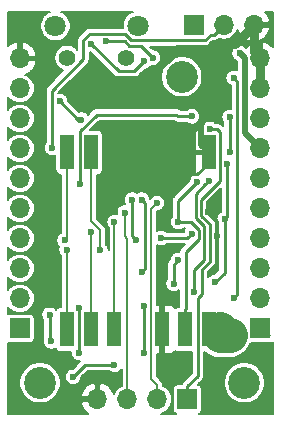
<source format=gbr>
G04 #@! TF.GenerationSoftware,KiCad,Pcbnew,5.1.2-f72e74a~84~ubuntu18.04.1*
G04 #@! TF.CreationDate,2019-05-09T21:41:37-06:00*
G04 #@! TF.ProjectId,rfboard,7266626f-6172-4642-9e6b-696361645f70,rev?*
G04 #@! TF.SameCoordinates,Original*
G04 #@! TF.FileFunction,Copper,L2,Bot*
G04 #@! TF.FilePolarity,Positive*
%FSLAX46Y46*%
G04 Gerber Fmt 4.6, Leading zero omitted, Abs format (unit mm)*
G04 Created by KiCad (PCBNEW 5.1.2-f72e74a~84~ubuntu18.04.1) date 2019-05-09 21:41:37*
%MOMM*%
%LPD*%
G04 APERTURE LIST*
%ADD10C,1.408000*%
%ADD11C,1.800000*%
%ADD12C,2.700000*%
%ADD13R,1.700000X1.700000*%
%ADD14O,1.700000X1.700000*%
%ADD15R,1.198880X2.999740*%
%ADD16C,0.600000*%
%ADD17C,1.000000*%
%ADD18C,0.250000*%
%ADD19C,0.500000*%
%ADD20C,0.750000*%
%ADD21C,0.200000*%
%ADD22C,3.000000*%
%ADD23C,1.000000*%
G04 APERTURE END LIST*
D10*
X116500000Y-132000000D03*
X111500000Y-132000000D03*
D11*
X117500000Y-129300000D03*
X110500000Y-129300000D03*
D12*
X109200000Y-159500000D03*
X126500000Y-159500000D03*
X121200000Y-133600000D03*
D13*
X107500000Y-154900000D03*
D14*
X107500000Y-152360000D03*
X107500000Y-149820000D03*
X107500000Y-147280000D03*
X107500000Y-144740000D03*
X107500000Y-142200000D03*
X107500000Y-139660000D03*
X107500000Y-137120000D03*
X107500000Y-134580000D03*
X107500000Y-132040000D03*
D13*
X127820000Y-154900000D03*
D14*
X127820000Y-152360000D03*
X127820000Y-149820000D03*
X127820000Y-147280000D03*
X127820000Y-144740000D03*
X127820000Y-142200000D03*
X127820000Y-139660000D03*
X127820000Y-137120000D03*
X127820000Y-134580000D03*
X127820000Y-132040000D03*
D13*
X122220000Y-129200000D03*
D14*
X124760000Y-129200000D03*
X127300000Y-129200000D03*
D13*
X121680000Y-160900000D03*
D14*
X119140000Y-160900000D03*
X116600000Y-160900000D03*
X114060000Y-160900000D03*
D13*
X125250000Y-155800000D03*
D15*
X123500000Y-154996160D03*
X121498480Y-154996160D03*
X119499500Y-154996160D03*
X115501540Y-154996160D03*
X113502560Y-154996160D03*
X111501040Y-154996160D03*
X111501040Y-140000000D03*
X113502560Y-140000000D03*
X123500000Y-140000000D03*
D16*
X115500000Y-158000000D03*
X112000000Y-159000000D03*
X120893820Y-145902340D03*
X121498480Y-154996160D03*
X122528609Y-142473620D03*
X125250000Y-137000000D03*
X125250000Y-140000000D03*
X112698198Y-137219318D03*
X110900000Y-135650000D03*
X119499500Y-154996160D03*
X120750000Y-142000000D03*
X124197733Y-147040500D03*
X123452440Y-140950220D03*
X120824274Y-137765965D03*
X120500000Y-158900000D03*
X123700000Y-157500000D03*
X110500000Y-145100000D03*
X122799002Y-137550000D03*
X118700000Y-137760000D03*
X119300000Y-148300000D03*
D17*
X113900000Y-133900000D03*
D16*
X123452440Y-145049780D03*
X123583645Y-138001126D03*
X126100000Y-131600000D03*
X110200000Y-139600000D03*
X118732268Y-131980308D03*
X125600000Y-152300000D03*
X114800000Y-130600000D03*
X125600000Y-133700000D03*
X113500000Y-130800000D03*
X118000000Y-132300000D03*
X123500000Y-142400000D03*
X122200000Y-151800000D03*
X119100000Y-144300000D03*
X116375990Y-145100000D03*
X122069750Y-136955161D03*
X112600000Y-142700000D03*
X115500000Y-145900000D03*
X113500000Y-146700000D03*
X111291520Y-147457063D03*
X111446754Y-148240850D03*
X114300000Y-148300000D03*
X117800000Y-150100000D03*
X117800000Y-144000000D03*
X122027832Y-146875990D03*
X119470028Y-147247488D03*
X117300000Y-147400000D03*
X117000000Y-144000000D03*
X125047560Y-140950220D03*
X120500000Y-151127717D03*
X124000000Y-151000000D03*
X120893820Y-149100200D03*
X124821743Y-145651989D03*
X110124010Y-156000000D03*
X110000000Y-153750000D03*
X112457623Y-153147790D03*
X112500000Y-157000000D03*
X118000000Y-157000000D03*
X118000000Y-153000000D03*
D18*
X112000000Y-159000000D02*
X113000000Y-158000000D01*
X113000000Y-158000000D02*
X115500000Y-158000000D01*
X121977706Y-145902340D02*
X122651834Y-146576468D01*
X120893820Y-145902340D02*
X121977706Y-145902340D01*
X121498480Y-153246290D02*
X121498480Y-154996160D01*
X121517822Y-153226948D02*
X121498480Y-153246290D01*
X122651834Y-146576468D02*
X122651834Y-147313169D01*
X121517822Y-148447181D02*
X121517822Y-153226948D01*
X122651834Y-147313169D02*
X121517822Y-148447181D01*
X120893820Y-145902340D02*
X120893820Y-144108409D01*
X120893820Y-144108409D02*
X122228610Y-142773619D01*
X122228610Y-142773619D02*
X122528609Y-142473620D01*
X125250000Y-140000000D02*
X125250000Y-137000000D01*
X112444318Y-137219318D02*
X112698198Y-137219318D01*
X110900000Y-135650000D02*
X110900000Y-135675000D01*
X110900000Y-135675000D02*
X112444318Y-137219318D01*
D19*
X107920000Y-135000000D02*
X107500000Y-134580000D01*
D18*
X120750000Y-142000000D02*
X121174264Y-142000000D01*
X121174264Y-142000000D02*
X121350393Y-141823871D01*
X121350393Y-141823871D02*
X122529259Y-141823871D01*
X122529259Y-141823871D02*
X123402910Y-140950220D01*
X123402910Y-140950220D02*
X123452440Y-140950220D01*
D19*
X122799002Y-137550000D02*
X122834643Y-137585641D01*
X122834643Y-139334643D02*
X123500000Y-140000000D01*
X122834643Y-137585641D02*
X122834643Y-139334643D01*
D20*
X126450001Y-130049999D02*
X127300000Y-129200000D01*
X118088550Y-133900000D02*
X120765538Y-131223012D01*
X125686460Y-130813540D02*
X126450001Y-130049999D01*
X113900000Y-133900000D02*
X118088550Y-133900000D01*
X123878212Y-130813540D02*
X125686460Y-130813540D01*
X123468740Y-131223012D02*
X123878212Y-130813540D01*
X120765538Y-131223012D02*
X123468740Y-131223012D01*
X127820000Y-132040000D02*
X127820000Y-134580000D01*
X127300000Y-129200000D02*
X127300000Y-131520000D01*
X127300000Y-131520000D02*
X127820000Y-132040000D01*
D18*
X124197733Y-145795073D02*
X123452440Y-145049780D01*
X124197733Y-147040500D02*
X124197733Y-145795073D01*
D19*
X126100000Y-131600000D02*
X126520999Y-132020999D01*
X126520999Y-132020999D02*
X126520999Y-138360999D01*
X126520999Y-138360999D02*
X126970001Y-138810001D01*
X126970001Y-138810001D02*
X127820000Y-139660000D01*
D18*
X124007909Y-138001126D02*
X123583645Y-138001126D01*
X122828438Y-145349302D02*
X122828438Y-143995086D01*
X122828438Y-143995086D02*
X124423441Y-142400083D01*
X124183638Y-138001126D02*
X124007909Y-138001126D01*
X121680000Y-159800000D02*
X122576559Y-158903441D01*
X124423441Y-138240929D02*
X124183638Y-138001126D01*
X122576559Y-158903441D02*
X122576559Y-152346963D01*
X123573732Y-146094596D02*
X122828438Y-145349302D01*
X121680000Y-160900000D02*
X121680000Y-159800000D01*
X122576559Y-152346963D02*
X122925999Y-151997523D01*
X124423441Y-142400083D02*
X124423441Y-138240929D01*
X122925999Y-149890799D02*
X123573732Y-149243066D01*
X123573732Y-149243066D02*
X123573732Y-146094596D01*
X122925999Y-151997523D02*
X122925999Y-149890799D01*
X123910001Y-130049999D02*
X124760000Y-129200000D01*
X110200000Y-139600000D02*
X110200000Y-134776476D01*
X123653203Y-130049999D02*
X123910001Y-130049999D01*
X116912478Y-130524001D02*
X123179201Y-130524001D01*
X116364475Y-129975998D02*
X116912478Y-130524001D01*
X123179201Y-130524001D02*
X123653203Y-130049999D01*
X113400478Y-129975998D02*
X116364475Y-129975998D01*
X112875998Y-130500478D02*
X113400478Y-129975998D01*
X112875998Y-132100478D02*
X112875998Y-130500478D01*
X110200000Y-134776476D02*
X112875998Y-132100478D01*
X118432269Y-131680309D02*
X118732268Y-131980308D01*
X116353481Y-130600000D02*
X116726493Y-130973012D01*
X116726493Y-130973012D02*
X117724972Y-130973012D01*
X117724972Y-130973012D02*
X118432269Y-131680309D01*
X114800000Y-130600000D02*
X116353481Y-130600000D01*
X125899999Y-133999999D02*
X125600000Y-133700000D01*
X125899999Y-152000001D02*
X125899999Y-133999999D01*
X125600000Y-152300000D02*
X125899999Y-152000001D01*
X118000000Y-132300000D02*
X117152220Y-133147780D01*
X117152220Y-133147780D02*
X115847780Y-133147780D01*
X115847780Y-133147780D02*
X113500000Y-130800000D01*
X122379427Y-145535288D02*
X122379427Y-143520573D01*
X122379427Y-143520573D02*
X123200001Y-142699999D01*
X123100845Y-146256706D02*
X122379427Y-145535288D01*
X123100845Y-149080956D02*
X123100845Y-146256706D01*
X122200000Y-151800000D02*
X122200000Y-149981801D01*
X123200001Y-142699999D02*
X123500000Y-142400000D01*
X122200000Y-149981801D02*
X123100845Y-149080956D01*
D21*
X118601059Y-144798941D02*
X118601059Y-159158978D01*
X119140000Y-159697919D02*
X119140000Y-160900000D01*
X118601059Y-159158978D02*
X119140000Y-159697919D01*
X119100000Y-144300000D02*
X118601059Y-144798941D01*
X116375990Y-145524264D02*
X116375990Y-145100000D01*
X116600000Y-147299642D02*
X116375990Y-147075632D01*
X116375990Y-147075632D02*
X116375990Y-145524264D01*
X116600000Y-160900000D02*
X116600000Y-147299642D01*
D22*
X125250000Y-155500000D02*
X124400569Y-155500000D01*
X124400569Y-155500000D02*
X124400569Y-154996160D01*
D23*
X124100000Y-154396160D02*
X123500000Y-154996160D01*
D18*
X122069750Y-136955161D02*
X120895955Y-136955161D01*
X120895955Y-136955161D02*
X120740794Y-136800000D01*
X112579119Y-142254855D02*
X112579119Y-138220881D01*
X112600000Y-142275736D02*
X112579119Y-142254855D01*
X112600000Y-142700000D02*
X112600000Y-142275736D01*
X112579119Y-138220881D02*
X114000000Y-136800000D01*
X114000000Y-136800000D02*
X120740794Y-136800000D01*
D21*
X115500000Y-145900000D02*
X115500000Y-154994620D01*
X115500000Y-154994620D02*
X115501540Y-154996160D01*
X113500000Y-146700000D02*
X113500000Y-154993600D01*
X113500000Y-154993600D02*
X113502560Y-154996160D01*
X111501040Y-147247543D02*
X111291520Y-147457063D01*
X111501040Y-140000000D02*
X111501040Y-147247543D01*
X111501040Y-148295136D02*
X111446754Y-148240850D01*
X111501040Y-154996160D02*
X111501040Y-148295136D01*
X113502560Y-140000000D02*
X113502560Y-145816038D01*
X113502560Y-145816038D02*
X114300000Y-146613478D01*
X114300000Y-146613478D02*
X114300000Y-148300000D01*
D18*
X118099999Y-144299999D02*
X118099999Y-149800001D01*
X118099999Y-149800001D02*
X117800000Y-150100000D01*
X117800000Y-144000000D02*
X118099999Y-144299999D01*
X121727833Y-147175989D02*
X122027832Y-146875990D01*
X119470028Y-147247488D02*
X121656334Y-147247488D01*
X121656334Y-147247488D02*
X121727833Y-147175989D01*
X117000000Y-144000000D02*
X117000000Y-147100000D01*
X117000000Y-147100000D02*
X117300000Y-147400000D01*
X120500000Y-151127717D02*
X120500000Y-149494020D01*
X120500000Y-149494020D02*
X120893820Y-149100200D01*
X124000000Y-151000000D02*
X124821743Y-150178257D01*
X125047560Y-140950220D02*
X125047560Y-145426172D01*
X124821743Y-146076253D02*
X124821743Y-145651989D01*
X125047560Y-145426172D02*
X124821743Y-145651989D01*
X124821743Y-150178257D02*
X124821743Y-146076253D01*
X110000000Y-155875990D02*
X110124010Y-156000000D01*
X110000000Y-153750000D02*
X110000000Y-155875990D01*
D21*
X128498600Y-155501400D02*
X128698600Y-155501400D01*
D18*
X112500000Y-157000000D02*
X112500000Y-153190167D01*
X112500000Y-153190167D02*
X112457623Y-153147790D01*
X118000000Y-153000000D02*
X118000000Y-157000000D01*
D21*
G36*
X128925001Y-162125000D02*
G01*
X122671748Y-162125000D01*
X122683814Y-162121340D01*
X122753303Y-162084197D01*
X122814211Y-162034211D01*
X122864197Y-161973303D01*
X122901340Y-161903814D01*
X122924212Y-161828414D01*
X122931935Y-161750000D01*
X122931935Y-160050000D01*
X122924212Y-159971586D01*
X122901340Y-159896186D01*
X122864197Y-159826697D01*
X122814211Y-159765789D01*
X122753303Y-159715803D01*
X122683814Y-159678660D01*
X122608414Y-159655788D01*
X122570417Y-159652046D01*
X122894823Y-159327640D01*
X124750000Y-159327640D01*
X124750000Y-159672360D01*
X124817251Y-160010456D01*
X124949170Y-160328936D01*
X125140686Y-160615560D01*
X125384440Y-160859314D01*
X125671064Y-161050830D01*
X125989544Y-161182749D01*
X126327640Y-161250000D01*
X126672360Y-161250000D01*
X127010456Y-161182749D01*
X127328936Y-161050830D01*
X127615560Y-160859314D01*
X127859314Y-160615560D01*
X128050830Y-160328936D01*
X128182749Y-160010456D01*
X128250000Y-159672360D01*
X128250000Y-159327640D01*
X128182749Y-158989544D01*
X128050830Y-158671064D01*
X127859314Y-158384440D01*
X127615560Y-158140686D01*
X127328936Y-157949170D01*
X127010456Y-157817251D01*
X126672360Y-157750000D01*
X126327640Y-157750000D01*
X125989544Y-157817251D01*
X125671064Y-157949170D01*
X125384440Y-158140686D01*
X125140686Y-158384440D01*
X124949170Y-158671064D01*
X124817251Y-158989544D01*
X124750000Y-159327640D01*
X122894823Y-159327640D01*
X122929560Y-159292903D01*
X122949586Y-159276468D01*
X122966021Y-159256442D01*
X122966025Y-159256438D01*
X123015192Y-159196527D01*
X123063942Y-159105322D01*
X123093962Y-159006359D01*
X123097867Y-158966711D01*
X123101559Y-158929229D01*
X123101559Y-158929221D01*
X123104098Y-158903441D01*
X123101559Y-158877661D01*
X123101559Y-156897965D01*
X123109008Y-156897965D01*
X123339878Y-157087436D01*
X123669952Y-157263864D01*
X124028104Y-157372508D01*
X124400569Y-157409193D01*
X124493906Y-157400000D01*
X125343337Y-157400000D01*
X125622465Y-157372508D01*
X125980617Y-157263864D01*
X126310691Y-157087436D01*
X126600003Y-156850003D01*
X126837436Y-156560691D01*
X127013864Y-156230617D01*
X127037732Y-156151935D01*
X128670000Y-156151935D01*
X128748414Y-156144212D01*
X128823814Y-156121340D01*
X128893303Y-156084197D01*
X128925001Y-156058183D01*
X128925001Y-162125000D01*
X128925001Y-162125000D01*
G37*
X128925001Y-162125000D02*
X122671748Y-162125000D01*
X122683814Y-162121340D01*
X122753303Y-162084197D01*
X122814211Y-162034211D01*
X122864197Y-161973303D01*
X122901340Y-161903814D01*
X122924212Y-161828414D01*
X122931935Y-161750000D01*
X122931935Y-160050000D01*
X122924212Y-159971586D01*
X122901340Y-159896186D01*
X122864197Y-159826697D01*
X122814211Y-159765789D01*
X122753303Y-159715803D01*
X122683814Y-159678660D01*
X122608414Y-159655788D01*
X122570417Y-159652046D01*
X122894823Y-159327640D01*
X124750000Y-159327640D01*
X124750000Y-159672360D01*
X124817251Y-160010456D01*
X124949170Y-160328936D01*
X125140686Y-160615560D01*
X125384440Y-160859314D01*
X125671064Y-161050830D01*
X125989544Y-161182749D01*
X126327640Y-161250000D01*
X126672360Y-161250000D01*
X127010456Y-161182749D01*
X127328936Y-161050830D01*
X127615560Y-160859314D01*
X127859314Y-160615560D01*
X128050830Y-160328936D01*
X128182749Y-160010456D01*
X128250000Y-159672360D01*
X128250000Y-159327640D01*
X128182749Y-158989544D01*
X128050830Y-158671064D01*
X127859314Y-158384440D01*
X127615560Y-158140686D01*
X127328936Y-157949170D01*
X127010456Y-157817251D01*
X126672360Y-157750000D01*
X126327640Y-157750000D01*
X125989544Y-157817251D01*
X125671064Y-157949170D01*
X125384440Y-158140686D01*
X125140686Y-158384440D01*
X124949170Y-158671064D01*
X124817251Y-158989544D01*
X124750000Y-159327640D01*
X122894823Y-159327640D01*
X122929560Y-159292903D01*
X122949586Y-159276468D01*
X122966021Y-159256442D01*
X122966025Y-159256438D01*
X123015192Y-159196527D01*
X123063942Y-159105322D01*
X123093962Y-159006359D01*
X123097867Y-158966711D01*
X123101559Y-158929229D01*
X123101559Y-158929221D01*
X123104098Y-158903441D01*
X123101559Y-158877661D01*
X123101559Y-156897965D01*
X123109008Y-156897965D01*
X123339878Y-157087436D01*
X123669952Y-157263864D01*
X124028104Y-157372508D01*
X124400569Y-157409193D01*
X124493906Y-157400000D01*
X125343337Y-157400000D01*
X125622465Y-157372508D01*
X125980617Y-157263864D01*
X126310691Y-157087436D01*
X126600003Y-156850003D01*
X126837436Y-156560691D01*
X127013864Y-156230617D01*
X127037732Y-156151935D01*
X128670000Y-156151935D01*
X128748414Y-156144212D01*
X128823814Y-156121340D01*
X128893303Y-156084197D01*
X128925001Y-156058183D01*
X128925001Y-162125000D01*
G36*
X109884219Y-128147955D02*
G01*
X109671298Y-128290224D01*
X109490224Y-128471298D01*
X109347955Y-128684219D01*
X109249958Y-128920804D01*
X109200000Y-129171961D01*
X109200000Y-129428039D01*
X109249958Y-129679196D01*
X109347955Y-129915781D01*
X109490224Y-130128702D01*
X109671298Y-130309776D01*
X109884219Y-130452045D01*
X110120804Y-130550042D01*
X110371961Y-130600000D01*
X110628039Y-130600000D01*
X110879196Y-130550042D01*
X111115781Y-130452045D01*
X111328702Y-130309776D01*
X111509776Y-130128702D01*
X111652045Y-129915781D01*
X111750042Y-129679196D01*
X111800000Y-129428039D01*
X111800000Y-129171961D01*
X111750042Y-128920804D01*
X111652045Y-128684219D01*
X111509776Y-128471298D01*
X111328702Y-128290224D01*
X111115781Y-128147955D01*
X110939653Y-128075000D01*
X117060347Y-128075000D01*
X116884219Y-128147955D01*
X116671298Y-128290224D01*
X116490224Y-128471298D01*
X116347955Y-128684219D01*
X116249958Y-128920804D01*
X116200000Y-129171961D01*
X116200000Y-129428039D01*
X116204567Y-129450998D01*
X113426266Y-129450998D01*
X113400478Y-129448458D01*
X113374690Y-129450998D01*
X113297560Y-129458595D01*
X113198597Y-129488615D01*
X113107392Y-129537365D01*
X113027451Y-129602971D01*
X113011011Y-129623003D01*
X112523003Y-130111012D01*
X112502972Y-130127451D01*
X112486533Y-130147482D01*
X112437365Y-130207393D01*
X112388615Y-130298598D01*
X112358595Y-130397561D01*
X112348459Y-130500478D01*
X112350999Y-130526268D01*
X112350999Y-131289707D01*
X112203759Y-131142467D01*
X112022940Y-131021648D01*
X111822025Y-130938426D01*
X111608735Y-130896000D01*
X111391265Y-130896000D01*
X111177975Y-130938426D01*
X110977060Y-131021648D01*
X110796241Y-131142467D01*
X110642467Y-131296241D01*
X110521648Y-131477060D01*
X110438426Y-131677975D01*
X110396000Y-131891265D01*
X110396000Y-132108735D01*
X110438426Y-132322025D01*
X110521648Y-132522940D01*
X110642467Y-132703759D01*
X110796241Y-132857533D01*
X110977060Y-132978352D01*
X111174062Y-133059953D01*
X109847005Y-134387010D01*
X109826974Y-134403449D01*
X109810535Y-134423480D01*
X109761367Y-134483391D01*
X109712617Y-134574596D01*
X109682597Y-134673559D01*
X109672461Y-134776476D01*
X109675001Y-134802266D01*
X109675000Y-139135050D01*
X109656274Y-139153776D01*
X109579668Y-139268426D01*
X109526901Y-139395818D01*
X109500000Y-139531056D01*
X109500000Y-139668944D01*
X109526901Y-139804182D01*
X109579668Y-139931574D01*
X109656274Y-140046224D01*
X109753776Y-140143726D01*
X109868426Y-140220332D01*
X109995818Y-140273099D01*
X110131056Y-140300000D01*
X110268944Y-140300000D01*
X110404182Y-140273099D01*
X110499665Y-140233549D01*
X110499665Y-141499870D01*
X110507388Y-141578284D01*
X110530260Y-141653684D01*
X110567403Y-141723173D01*
X110617389Y-141784081D01*
X110678297Y-141834067D01*
X110747786Y-141871210D01*
X110823186Y-141894082D01*
X110901600Y-141901805D01*
X111001040Y-141901805D01*
X111001041Y-146819709D01*
X110959946Y-146836731D01*
X110845296Y-146913337D01*
X110747794Y-147010839D01*
X110671188Y-147125489D01*
X110618421Y-147252881D01*
X110591520Y-147388119D01*
X110591520Y-147526007D01*
X110618421Y-147661245D01*
X110671188Y-147788637D01*
X110747794Y-147903287D01*
X110805147Y-147960640D01*
X110773655Y-148036668D01*
X110746754Y-148171906D01*
X110746754Y-148309794D01*
X110773655Y-148445032D01*
X110826422Y-148572424D01*
X110903028Y-148687074D01*
X111000530Y-148784576D01*
X111001041Y-148784917D01*
X111001040Y-153094355D01*
X110901600Y-153094355D01*
X110823186Y-153102078D01*
X110747786Y-153124950D01*
X110678297Y-153162093D01*
X110617389Y-153212079D01*
X110567403Y-153272987D01*
X110547737Y-153309779D01*
X110543726Y-153303776D01*
X110446224Y-153206274D01*
X110331574Y-153129668D01*
X110204182Y-153076901D01*
X110068944Y-153050000D01*
X109931056Y-153050000D01*
X109795818Y-153076901D01*
X109668426Y-153129668D01*
X109553776Y-153206274D01*
X109456274Y-153303776D01*
X109379668Y-153418426D01*
X109326901Y-153545818D01*
X109300000Y-153681056D01*
X109300000Y-153818944D01*
X109326901Y-153954182D01*
X109379668Y-154081574D01*
X109456274Y-154196224D01*
X109475000Y-154214950D01*
X109475001Y-155737659D01*
X109450911Y-155795818D01*
X109424010Y-155931056D01*
X109424010Y-156068944D01*
X109450911Y-156204182D01*
X109503678Y-156331574D01*
X109580284Y-156446224D01*
X109677786Y-156543726D01*
X109792436Y-156620332D01*
X109919828Y-156673099D01*
X110055066Y-156700000D01*
X110192954Y-156700000D01*
X110328192Y-156673099D01*
X110455584Y-156620332D01*
X110510232Y-156583818D01*
X110530260Y-156649844D01*
X110567403Y-156719333D01*
X110617389Y-156780241D01*
X110678297Y-156830227D01*
X110747786Y-156867370D01*
X110823186Y-156890242D01*
X110901600Y-156897965D01*
X111806582Y-156897965D01*
X111800000Y-156931056D01*
X111800000Y-157068944D01*
X111826901Y-157204182D01*
X111879668Y-157331574D01*
X111956274Y-157446224D01*
X112053776Y-157543726D01*
X112168426Y-157620332D01*
X112295818Y-157673099D01*
X112431056Y-157700000D01*
X112557538Y-157700000D01*
X111957539Y-158300000D01*
X111931056Y-158300000D01*
X111795818Y-158326901D01*
X111668426Y-158379668D01*
X111553776Y-158456274D01*
X111456274Y-158553776D01*
X111379668Y-158668426D01*
X111326901Y-158795818D01*
X111300000Y-158931056D01*
X111300000Y-159068944D01*
X111326901Y-159204182D01*
X111379668Y-159331574D01*
X111456274Y-159446224D01*
X111553776Y-159543726D01*
X111668426Y-159620332D01*
X111795818Y-159673099D01*
X111931056Y-159700000D01*
X112068944Y-159700000D01*
X112204182Y-159673099D01*
X112331574Y-159620332D01*
X112446224Y-159543726D01*
X112543726Y-159446224D01*
X112620332Y-159331574D01*
X112673099Y-159204182D01*
X112700000Y-159068944D01*
X112700000Y-159042461D01*
X113217462Y-158525000D01*
X115035050Y-158525000D01*
X115053776Y-158543726D01*
X115168426Y-158620332D01*
X115295818Y-158673099D01*
X115431056Y-158700000D01*
X115568944Y-158700000D01*
X115704182Y-158673099D01*
X115831574Y-158620332D01*
X115946224Y-158543726D01*
X116043726Y-158446224D01*
X116100000Y-158362003D01*
X116100000Y-159749896D01*
X115902177Y-159855634D01*
X115711840Y-160011840D01*
X115555634Y-160202177D01*
X115439563Y-160419331D01*
X115435072Y-160434135D01*
X115366935Y-160253700D01*
X115215736Y-160011148D01*
X115020122Y-159802754D01*
X114787611Y-159636527D01*
X114527139Y-159518854D01*
X114438910Y-159492097D01*
X114214000Y-159603111D01*
X114214000Y-160746000D01*
X114234000Y-160746000D01*
X114234000Y-161054000D01*
X114214000Y-161054000D01*
X114214000Y-161074000D01*
X113906000Y-161074000D01*
X113906000Y-161054000D01*
X112762150Y-161054000D01*
X112652091Y-161278911D01*
X112753065Y-161546300D01*
X112904264Y-161788852D01*
X113099878Y-161997246D01*
X113278575Y-162125000D01*
X106475000Y-162125000D01*
X106475000Y-159327640D01*
X107450000Y-159327640D01*
X107450000Y-159672360D01*
X107517251Y-160010456D01*
X107649170Y-160328936D01*
X107840686Y-160615560D01*
X108084440Y-160859314D01*
X108371064Y-161050830D01*
X108689544Y-161182749D01*
X109027640Y-161250000D01*
X109372360Y-161250000D01*
X109710456Y-161182749D01*
X110028936Y-161050830D01*
X110315560Y-160859314D01*
X110559314Y-160615560D01*
X110622437Y-160521089D01*
X112652091Y-160521089D01*
X112762150Y-160746000D01*
X113906000Y-160746000D01*
X113906000Y-159603111D01*
X113681090Y-159492097D01*
X113592861Y-159518854D01*
X113332389Y-159636527D01*
X113099878Y-159802754D01*
X112904264Y-160011148D01*
X112753065Y-160253700D01*
X112652091Y-160521089D01*
X110622437Y-160521089D01*
X110750830Y-160328936D01*
X110882749Y-160010456D01*
X110950000Y-159672360D01*
X110950000Y-159327640D01*
X110882749Y-158989544D01*
X110750830Y-158671064D01*
X110559314Y-158384440D01*
X110315560Y-158140686D01*
X110028936Y-157949170D01*
X109710456Y-157817251D01*
X109372360Y-157750000D01*
X109027640Y-157750000D01*
X108689544Y-157817251D01*
X108371064Y-157949170D01*
X108084440Y-158140686D01*
X107840686Y-158384440D01*
X107649170Y-158671064D01*
X107517251Y-158989544D01*
X107450000Y-159327640D01*
X106475000Y-159327640D01*
X106475000Y-156110016D01*
X106496186Y-156121340D01*
X106571586Y-156144212D01*
X106650000Y-156151935D01*
X108350000Y-156151935D01*
X108428414Y-156144212D01*
X108503814Y-156121340D01*
X108573303Y-156084197D01*
X108634211Y-156034211D01*
X108684197Y-155973303D01*
X108721340Y-155903814D01*
X108744212Y-155828414D01*
X108751935Y-155750000D01*
X108751935Y-154050000D01*
X108744212Y-153971586D01*
X108721340Y-153896186D01*
X108684197Y-153826697D01*
X108634211Y-153765789D01*
X108573303Y-153715803D01*
X108503814Y-153678660D01*
X108428414Y-153655788D01*
X108350000Y-153648065D01*
X106650000Y-153648065D01*
X106571586Y-153655788D01*
X106496186Y-153678660D01*
X106475000Y-153689984D01*
X106475000Y-153081420D01*
X106611840Y-153248160D01*
X106802177Y-153404366D01*
X107019331Y-153520437D01*
X107254957Y-153591913D01*
X107438595Y-153610000D01*
X107561405Y-153610000D01*
X107745043Y-153591913D01*
X107980669Y-153520437D01*
X108197823Y-153404366D01*
X108388160Y-153248160D01*
X108544366Y-153057823D01*
X108660437Y-152840669D01*
X108731913Y-152605043D01*
X108756048Y-152360000D01*
X108731913Y-152114957D01*
X108660437Y-151879331D01*
X108544366Y-151662177D01*
X108388160Y-151471840D01*
X108197823Y-151315634D01*
X107980669Y-151199563D01*
X107745043Y-151128087D01*
X107561405Y-151110000D01*
X107438595Y-151110000D01*
X107254957Y-151128087D01*
X107019331Y-151199563D01*
X106802177Y-151315634D01*
X106611840Y-151471840D01*
X106475000Y-151638580D01*
X106475000Y-150541420D01*
X106611840Y-150708160D01*
X106802177Y-150864366D01*
X107019331Y-150980437D01*
X107254957Y-151051913D01*
X107438595Y-151070000D01*
X107561405Y-151070000D01*
X107745043Y-151051913D01*
X107980669Y-150980437D01*
X108197823Y-150864366D01*
X108388160Y-150708160D01*
X108544366Y-150517823D01*
X108660437Y-150300669D01*
X108731913Y-150065043D01*
X108756048Y-149820000D01*
X108731913Y-149574957D01*
X108660437Y-149339331D01*
X108544366Y-149122177D01*
X108388160Y-148931840D01*
X108197823Y-148775634D01*
X107980669Y-148659563D01*
X107745043Y-148588087D01*
X107561405Y-148570000D01*
X107438595Y-148570000D01*
X107254957Y-148588087D01*
X107019331Y-148659563D01*
X106802177Y-148775634D01*
X106611840Y-148931840D01*
X106475000Y-149098580D01*
X106475000Y-148001420D01*
X106611840Y-148168160D01*
X106802177Y-148324366D01*
X107019331Y-148440437D01*
X107254957Y-148511913D01*
X107438595Y-148530000D01*
X107561405Y-148530000D01*
X107745043Y-148511913D01*
X107980669Y-148440437D01*
X108197823Y-148324366D01*
X108388160Y-148168160D01*
X108544366Y-147977823D01*
X108660437Y-147760669D01*
X108731913Y-147525043D01*
X108756048Y-147280000D01*
X108731913Y-147034957D01*
X108660437Y-146799331D01*
X108544366Y-146582177D01*
X108388160Y-146391840D01*
X108197823Y-146235634D01*
X107980669Y-146119563D01*
X107745043Y-146048087D01*
X107561405Y-146030000D01*
X107438595Y-146030000D01*
X107254957Y-146048087D01*
X107019331Y-146119563D01*
X106802177Y-146235634D01*
X106611840Y-146391840D01*
X106475000Y-146558580D01*
X106475000Y-145461420D01*
X106611840Y-145628160D01*
X106802177Y-145784366D01*
X107019331Y-145900437D01*
X107254957Y-145971913D01*
X107438595Y-145990000D01*
X107561405Y-145990000D01*
X107745043Y-145971913D01*
X107980669Y-145900437D01*
X108197823Y-145784366D01*
X108388160Y-145628160D01*
X108544366Y-145437823D01*
X108660437Y-145220669D01*
X108731913Y-144985043D01*
X108756048Y-144740000D01*
X108731913Y-144494957D01*
X108660437Y-144259331D01*
X108544366Y-144042177D01*
X108388160Y-143851840D01*
X108197823Y-143695634D01*
X107980669Y-143579563D01*
X107745043Y-143508087D01*
X107561405Y-143490000D01*
X107438595Y-143490000D01*
X107254957Y-143508087D01*
X107019331Y-143579563D01*
X106802177Y-143695634D01*
X106611840Y-143851840D01*
X106475000Y-144018580D01*
X106475000Y-142921420D01*
X106611840Y-143088160D01*
X106802177Y-143244366D01*
X107019331Y-143360437D01*
X107254957Y-143431913D01*
X107438595Y-143450000D01*
X107561405Y-143450000D01*
X107745043Y-143431913D01*
X107980669Y-143360437D01*
X108197823Y-143244366D01*
X108388160Y-143088160D01*
X108544366Y-142897823D01*
X108660437Y-142680669D01*
X108731913Y-142445043D01*
X108756048Y-142200000D01*
X108731913Y-141954957D01*
X108660437Y-141719331D01*
X108544366Y-141502177D01*
X108388160Y-141311840D01*
X108197823Y-141155634D01*
X107980669Y-141039563D01*
X107745043Y-140968087D01*
X107561405Y-140950000D01*
X107438595Y-140950000D01*
X107254957Y-140968087D01*
X107019331Y-141039563D01*
X106802177Y-141155634D01*
X106611840Y-141311840D01*
X106475000Y-141478580D01*
X106475000Y-140381420D01*
X106611840Y-140548160D01*
X106802177Y-140704366D01*
X107019331Y-140820437D01*
X107254957Y-140891913D01*
X107438595Y-140910000D01*
X107561405Y-140910000D01*
X107745043Y-140891913D01*
X107980669Y-140820437D01*
X108197823Y-140704366D01*
X108388160Y-140548160D01*
X108544366Y-140357823D01*
X108660437Y-140140669D01*
X108731913Y-139905043D01*
X108756048Y-139660000D01*
X108731913Y-139414957D01*
X108660437Y-139179331D01*
X108544366Y-138962177D01*
X108388160Y-138771840D01*
X108197823Y-138615634D01*
X107980669Y-138499563D01*
X107745043Y-138428087D01*
X107561405Y-138410000D01*
X107438595Y-138410000D01*
X107254957Y-138428087D01*
X107019331Y-138499563D01*
X106802177Y-138615634D01*
X106611840Y-138771840D01*
X106475000Y-138938580D01*
X106475000Y-137841420D01*
X106611840Y-138008160D01*
X106802177Y-138164366D01*
X107019331Y-138280437D01*
X107254957Y-138351913D01*
X107438595Y-138370000D01*
X107561405Y-138370000D01*
X107745043Y-138351913D01*
X107980669Y-138280437D01*
X108197823Y-138164366D01*
X108388160Y-138008160D01*
X108544366Y-137817823D01*
X108660437Y-137600669D01*
X108731913Y-137365043D01*
X108756048Y-137120000D01*
X108731913Y-136874957D01*
X108660437Y-136639331D01*
X108544366Y-136422177D01*
X108388160Y-136231840D01*
X108197823Y-136075634D01*
X107980669Y-135959563D01*
X107745043Y-135888087D01*
X107561405Y-135870000D01*
X107438595Y-135870000D01*
X107254957Y-135888087D01*
X107019331Y-135959563D01*
X106802177Y-136075634D01*
X106611840Y-136231840D01*
X106475000Y-136398580D01*
X106475000Y-135301420D01*
X106611840Y-135468160D01*
X106802177Y-135624366D01*
X107019331Y-135740437D01*
X107254957Y-135811913D01*
X107438595Y-135830000D01*
X107561405Y-135830000D01*
X107745043Y-135811913D01*
X107980669Y-135740437D01*
X108197823Y-135624366D01*
X108388160Y-135468160D01*
X108544366Y-135277823D01*
X108660437Y-135060669D01*
X108731913Y-134825043D01*
X108756048Y-134580000D01*
X108731913Y-134334957D01*
X108660437Y-134099331D01*
X108544366Y-133882177D01*
X108388160Y-133691840D01*
X108197823Y-133535634D01*
X107980669Y-133419563D01*
X107965865Y-133415072D01*
X108146300Y-133346935D01*
X108388852Y-133195736D01*
X108597246Y-133000122D01*
X108763473Y-132767611D01*
X108881146Y-132507139D01*
X108907903Y-132418910D01*
X108796889Y-132194000D01*
X107654000Y-132194000D01*
X107654000Y-132214000D01*
X107346000Y-132214000D01*
X107346000Y-132194000D01*
X107326000Y-132194000D01*
X107326000Y-131886000D01*
X107346000Y-131886000D01*
X107346000Y-130742150D01*
X107654000Y-130742150D01*
X107654000Y-131886000D01*
X108796889Y-131886000D01*
X108907903Y-131661090D01*
X108881146Y-131572861D01*
X108763473Y-131312389D01*
X108597246Y-131079878D01*
X108388852Y-130884264D01*
X108146300Y-130733065D01*
X107878911Y-130632091D01*
X107654000Y-130742150D01*
X107346000Y-130742150D01*
X107121089Y-130632091D01*
X106853700Y-130733065D01*
X106611148Y-130884264D01*
X106475000Y-131012063D01*
X106475000Y-128075000D01*
X110060347Y-128075000D01*
X109884219Y-128147955D01*
X109884219Y-128147955D01*
G37*
X109884219Y-128147955D02*
X109671298Y-128290224D01*
X109490224Y-128471298D01*
X109347955Y-128684219D01*
X109249958Y-128920804D01*
X109200000Y-129171961D01*
X109200000Y-129428039D01*
X109249958Y-129679196D01*
X109347955Y-129915781D01*
X109490224Y-130128702D01*
X109671298Y-130309776D01*
X109884219Y-130452045D01*
X110120804Y-130550042D01*
X110371961Y-130600000D01*
X110628039Y-130600000D01*
X110879196Y-130550042D01*
X111115781Y-130452045D01*
X111328702Y-130309776D01*
X111509776Y-130128702D01*
X111652045Y-129915781D01*
X111750042Y-129679196D01*
X111800000Y-129428039D01*
X111800000Y-129171961D01*
X111750042Y-128920804D01*
X111652045Y-128684219D01*
X111509776Y-128471298D01*
X111328702Y-128290224D01*
X111115781Y-128147955D01*
X110939653Y-128075000D01*
X117060347Y-128075000D01*
X116884219Y-128147955D01*
X116671298Y-128290224D01*
X116490224Y-128471298D01*
X116347955Y-128684219D01*
X116249958Y-128920804D01*
X116200000Y-129171961D01*
X116200000Y-129428039D01*
X116204567Y-129450998D01*
X113426266Y-129450998D01*
X113400478Y-129448458D01*
X113374690Y-129450998D01*
X113297560Y-129458595D01*
X113198597Y-129488615D01*
X113107392Y-129537365D01*
X113027451Y-129602971D01*
X113011011Y-129623003D01*
X112523003Y-130111012D01*
X112502972Y-130127451D01*
X112486533Y-130147482D01*
X112437365Y-130207393D01*
X112388615Y-130298598D01*
X112358595Y-130397561D01*
X112348459Y-130500478D01*
X112350999Y-130526268D01*
X112350999Y-131289707D01*
X112203759Y-131142467D01*
X112022940Y-131021648D01*
X111822025Y-130938426D01*
X111608735Y-130896000D01*
X111391265Y-130896000D01*
X111177975Y-130938426D01*
X110977060Y-131021648D01*
X110796241Y-131142467D01*
X110642467Y-131296241D01*
X110521648Y-131477060D01*
X110438426Y-131677975D01*
X110396000Y-131891265D01*
X110396000Y-132108735D01*
X110438426Y-132322025D01*
X110521648Y-132522940D01*
X110642467Y-132703759D01*
X110796241Y-132857533D01*
X110977060Y-132978352D01*
X111174062Y-133059953D01*
X109847005Y-134387010D01*
X109826974Y-134403449D01*
X109810535Y-134423480D01*
X109761367Y-134483391D01*
X109712617Y-134574596D01*
X109682597Y-134673559D01*
X109672461Y-134776476D01*
X109675001Y-134802266D01*
X109675000Y-139135050D01*
X109656274Y-139153776D01*
X109579668Y-139268426D01*
X109526901Y-139395818D01*
X109500000Y-139531056D01*
X109500000Y-139668944D01*
X109526901Y-139804182D01*
X109579668Y-139931574D01*
X109656274Y-140046224D01*
X109753776Y-140143726D01*
X109868426Y-140220332D01*
X109995818Y-140273099D01*
X110131056Y-140300000D01*
X110268944Y-140300000D01*
X110404182Y-140273099D01*
X110499665Y-140233549D01*
X110499665Y-141499870D01*
X110507388Y-141578284D01*
X110530260Y-141653684D01*
X110567403Y-141723173D01*
X110617389Y-141784081D01*
X110678297Y-141834067D01*
X110747786Y-141871210D01*
X110823186Y-141894082D01*
X110901600Y-141901805D01*
X111001040Y-141901805D01*
X111001041Y-146819709D01*
X110959946Y-146836731D01*
X110845296Y-146913337D01*
X110747794Y-147010839D01*
X110671188Y-147125489D01*
X110618421Y-147252881D01*
X110591520Y-147388119D01*
X110591520Y-147526007D01*
X110618421Y-147661245D01*
X110671188Y-147788637D01*
X110747794Y-147903287D01*
X110805147Y-147960640D01*
X110773655Y-148036668D01*
X110746754Y-148171906D01*
X110746754Y-148309794D01*
X110773655Y-148445032D01*
X110826422Y-148572424D01*
X110903028Y-148687074D01*
X111000530Y-148784576D01*
X111001041Y-148784917D01*
X111001040Y-153094355D01*
X110901600Y-153094355D01*
X110823186Y-153102078D01*
X110747786Y-153124950D01*
X110678297Y-153162093D01*
X110617389Y-153212079D01*
X110567403Y-153272987D01*
X110547737Y-153309779D01*
X110543726Y-153303776D01*
X110446224Y-153206274D01*
X110331574Y-153129668D01*
X110204182Y-153076901D01*
X110068944Y-153050000D01*
X109931056Y-153050000D01*
X109795818Y-153076901D01*
X109668426Y-153129668D01*
X109553776Y-153206274D01*
X109456274Y-153303776D01*
X109379668Y-153418426D01*
X109326901Y-153545818D01*
X109300000Y-153681056D01*
X109300000Y-153818944D01*
X109326901Y-153954182D01*
X109379668Y-154081574D01*
X109456274Y-154196224D01*
X109475000Y-154214950D01*
X109475001Y-155737659D01*
X109450911Y-155795818D01*
X109424010Y-155931056D01*
X109424010Y-156068944D01*
X109450911Y-156204182D01*
X109503678Y-156331574D01*
X109580284Y-156446224D01*
X109677786Y-156543726D01*
X109792436Y-156620332D01*
X109919828Y-156673099D01*
X110055066Y-156700000D01*
X110192954Y-156700000D01*
X110328192Y-156673099D01*
X110455584Y-156620332D01*
X110510232Y-156583818D01*
X110530260Y-156649844D01*
X110567403Y-156719333D01*
X110617389Y-156780241D01*
X110678297Y-156830227D01*
X110747786Y-156867370D01*
X110823186Y-156890242D01*
X110901600Y-156897965D01*
X111806582Y-156897965D01*
X111800000Y-156931056D01*
X111800000Y-157068944D01*
X111826901Y-157204182D01*
X111879668Y-157331574D01*
X111956274Y-157446224D01*
X112053776Y-157543726D01*
X112168426Y-157620332D01*
X112295818Y-157673099D01*
X112431056Y-157700000D01*
X112557538Y-157700000D01*
X111957539Y-158300000D01*
X111931056Y-158300000D01*
X111795818Y-158326901D01*
X111668426Y-158379668D01*
X111553776Y-158456274D01*
X111456274Y-158553776D01*
X111379668Y-158668426D01*
X111326901Y-158795818D01*
X111300000Y-158931056D01*
X111300000Y-159068944D01*
X111326901Y-159204182D01*
X111379668Y-159331574D01*
X111456274Y-159446224D01*
X111553776Y-159543726D01*
X111668426Y-159620332D01*
X111795818Y-159673099D01*
X111931056Y-159700000D01*
X112068944Y-159700000D01*
X112204182Y-159673099D01*
X112331574Y-159620332D01*
X112446224Y-159543726D01*
X112543726Y-159446224D01*
X112620332Y-159331574D01*
X112673099Y-159204182D01*
X112700000Y-159068944D01*
X112700000Y-159042461D01*
X113217462Y-158525000D01*
X115035050Y-158525000D01*
X115053776Y-158543726D01*
X115168426Y-158620332D01*
X115295818Y-158673099D01*
X115431056Y-158700000D01*
X115568944Y-158700000D01*
X115704182Y-158673099D01*
X115831574Y-158620332D01*
X115946224Y-158543726D01*
X116043726Y-158446224D01*
X116100000Y-158362003D01*
X116100000Y-159749896D01*
X115902177Y-159855634D01*
X115711840Y-160011840D01*
X115555634Y-160202177D01*
X115439563Y-160419331D01*
X115435072Y-160434135D01*
X115366935Y-160253700D01*
X115215736Y-160011148D01*
X115020122Y-159802754D01*
X114787611Y-159636527D01*
X114527139Y-159518854D01*
X114438910Y-159492097D01*
X114214000Y-159603111D01*
X114214000Y-160746000D01*
X114234000Y-160746000D01*
X114234000Y-161054000D01*
X114214000Y-161054000D01*
X114214000Y-161074000D01*
X113906000Y-161074000D01*
X113906000Y-161054000D01*
X112762150Y-161054000D01*
X112652091Y-161278911D01*
X112753065Y-161546300D01*
X112904264Y-161788852D01*
X113099878Y-161997246D01*
X113278575Y-162125000D01*
X106475000Y-162125000D01*
X106475000Y-159327640D01*
X107450000Y-159327640D01*
X107450000Y-159672360D01*
X107517251Y-160010456D01*
X107649170Y-160328936D01*
X107840686Y-160615560D01*
X108084440Y-160859314D01*
X108371064Y-161050830D01*
X108689544Y-161182749D01*
X109027640Y-161250000D01*
X109372360Y-161250000D01*
X109710456Y-161182749D01*
X110028936Y-161050830D01*
X110315560Y-160859314D01*
X110559314Y-160615560D01*
X110622437Y-160521089D01*
X112652091Y-160521089D01*
X112762150Y-160746000D01*
X113906000Y-160746000D01*
X113906000Y-159603111D01*
X113681090Y-159492097D01*
X113592861Y-159518854D01*
X113332389Y-159636527D01*
X113099878Y-159802754D01*
X112904264Y-160011148D01*
X112753065Y-160253700D01*
X112652091Y-160521089D01*
X110622437Y-160521089D01*
X110750830Y-160328936D01*
X110882749Y-160010456D01*
X110950000Y-159672360D01*
X110950000Y-159327640D01*
X110882749Y-158989544D01*
X110750830Y-158671064D01*
X110559314Y-158384440D01*
X110315560Y-158140686D01*
X110028936Y-157949170D01*
X109710456Y-157817251D01*
X109372360Y-157750000D01*
X109027640Y-157750000D01*
X108689544Y-157817251D01*
X108371064Y-157949170D01*
X108084440Y-158140686D01*
X107840686Y-158384440D01*
X107649170Y-158671064D01*
X107517251Y-158989544D01*
X107450000Y-159327640D01*
X106475000Y-159327640D01*
X106475000Y-156110016D01*
X106496186Y-156121340D01*
X106571586Y-156144212D01*
X106650000Y-156151935D01*
X108350000Y-156151935D01*
X108428414Y-156144212D01*
X108503814Y-156121340D01*
X108573303Y-156084197D01*
X108634211Y-156034211D01*
X108684197Y-155973303D01*
X108721340Y-155903814D01*
X108744212Y-155828414D01*
X108751935Y-155750000D01*
X108751935Y-154050000D01*
X108744212Y-153971586D01*
X108721340Y-153896186D01*
X108684197Y-153826697D01*
X108634211Y-153765789D01*
X108573303Y-153715803D01*
X108503814Y-153678660D01*
X108428414Y-153655788D01*
X108350000Y-153648065D01*
X106650000Y-153648065D01*
X106571586Y-153655788D01*
X106496186Y-153678660D01*
X106475000Y-153689984D01*
X106475000Y-153081420D01*
X106611840Y-153248160D01*
X106802177Y-153404366D01*
X107019331Y-153520437D01*
X107254957Y-153591913D01*
X107438595Y-153610000D01*
X107561405Y-153610000D01*
X107745043Y-153591913D01*
X107980669Y-153520437D01*
X108197823Y-153404366D01*
X108388160Y-153248160D01*
X108544366Y-153057823D01*
X108660437Y-152840669D01*
X108731913Y-152605043D01*
X108756048Y-152360000D01*
X108731913Y-152114957D01*
X108660437Y-151879331D01*
X108544366Y-151662177D01*
X108388160Y-151471840D01*
X108197823Y-151315634D01*
X107980669Y-151199563D01*
X107745043Y-151128087D01*
X107561405Y-151110000D01*
X107438595Y-151110000D01*
X107254957Y-151128087D01*
X107019331Y-151199563D01*
X106802177Y-151315634D01*
X106611840Y-151471840D01*
X106475000Y-151638580D01*
X106475000Y-150541420D01*
X106611840Y-150708160D01*
X106802177Y-150864366D01*
X107019331Y-150980437D01*
X107254957Y-151051913D01*
X107438595Y-151070000D01*
X107561405Y-151070000D01*
X107745043Y-151051913D01*
X107980669Y-150980437D01*
X108197823Y-150864366D01*
X108388160Y-150708160D01*
X108544366Y-150517823D01*
X108660437Y-150300669D01*
X108731913Y-150065043D01*
X108756048Y-149820000D01*
X108731913Y-149574957D01*
X108660437Y-149339331D01*
X108544366Y-149122177D01*
X108388160Y-148931840D01*
X108197823Y-148775634D01*
X107980669Y-148659563D01*
X107745043Y-148588087D01*
X107561405Y-148570000D01*
X107438595Y-148570000D01*
X107254957Y-148588087D01*
X107019331Y-148659563D01*
X106802177Y-148775634D01*
X106611840Y-148931840D01*
X106475000Y-149098580D01*
X106475000Y-148001420D01*
X106611840Y-148168160D01*
X106802177Y-148324366D01*
X107019331Y-148440437D01*
X107254957Y-148511913D01*
X107438595Y-148530000D01*
X107561405Y-148530000D01*
X107745043Y-148511913D01*
X107980669Y-148440437D01*
X108197823Y-148324366D01*
X108388160Y-148168160D01*
X108544366Y-147977823D01*
X108660437Y-147760669D01*
X108731913Y-147525043D01*
X108756048Y-147280000D01*
X108731913Y-147034957D01*
X108660437Y-146799331D01*
X108544366Y-146582177D01*
X108388160Y-146391840D01*
X108197823Y-146235634D01*
X107980669Y-146119563D01*
X107745043Y-146048087D01*
X107561405Y-146030000D01*
X107438595Y-146030000D01*
X107254957Y-146048087D01*
X107019331Y-146119563D01*
X106802177Y-146235634D01*
X106611840Y-146391840D01*
X106475000Y-146558580D01*
X106475000Y-145461420D01*
X106611840Y-145628160D01*
X106802177Y-145784366D01*
X107019331Y-145900437D01*
X107254957Y-145971913D01*
X107438595Y-145990000D01*
X107561405Y-145990000D01*
X107745043Y-145971913D01*
X107980669Y-145900437D01*
X108197823Y-145784366D01*
X108388160Y-145628160D01*
X108544366Y-145437823D01*
X108660437Y-145220669D01*
X108731913Y-144985043D01*
X108756048Y-144740000D01*
X108731913Y-144494957D01*
X108660437Y-144259331D01*
X108544366Y-144042177D01*
X108388160Y-143851840D01*
X108197823Y-143695634D01*
X107980669Y-143579563D01*
X107745043Y-143508087D01*
X107561405Y-143490000D01*
X107438595Y-143490000D01*
X107254957Y-143508087D01*
X107019331Y-143579563D01*
X106802177Y-143695634D01*
X106611840Y-143851840D01*
X106475000Y-144018580D01*
X106475000Y-142921420D01*
X106611840Y-143088160D01*
X106802177Y-143244366D01*
X107019331Y-143360437D01*
X107254957Y-143431913D01*
X107438595Y-143450000D01*
X107561405Y-143450000D01*
X107745043Y-143431913D01*
X107980669Y-143360437D01*
X108197823Y-143244366D01*
X108388160Y-143088160D01*
X108544366Y-142897823D01*
X108660437Y-142680669D01*
X108731913Y-142445043D01*
X108756048Y-142200000D01*
X108731913Y-141954957D01*
X108660437Y-141719331D01*
X108544366Y-141502177D01*
X108388160Y-141311840D01*
X108197823Y-141155634D01*
X107980669Y-141039563D01*
X107745043Y-140968087D01*
X107561405Y-140950000D01*
X107438595Y-140950000D01*
X107254957Y-140968087D01*
X107019331Y-141039563D01*
X106802177Y-141155634D01*
X106611840Y-141311840D01*
X106475000Y-141478580D01*
X106475000Y-140381420D01*
X106611840Y-140548160D01*
X106802177Y-140704366D01*
X107019331Y-140820437D01*
X107254957Y-140891913D01*
X107438595Y-140910000D01*
X107561405Y-140910000D01*
X107745043Y-140891913D01*
X107980669Y-140820437D01*
X108197823Y-140704366D01*
X108388160Y-140548160D01*
X108544366Y-140357823D01*
X108660437Y-140140669D01*
X108731913Y-139905043D01*
X108756048Y-139660000D01*
X108731913Y-139414957D01*
X108660437Y-139179331D01*
X108544366Y-138962177D01*
X108388160Y-138771840D01*
X108197823Y-138615634D01*
X107980669Y-138499563D01*
X107745043Y-138428087D01*
X107561405Y-138410000D01*
X107438595Y-138410000D01*
X107254957Y-138428087D01*
X107019331Y-138499563D01*
X106802177Y-138615634D01*
X106611840Y-138771840D01*
X106475000Y-138938580D01*
X106475000Y-137841420D01*
X106611840Y-138008160D01*
X106802177Y-138164366D01*
X107019331Y-138280437D01*
X107254957Y-138351913D01*
X107438595Y-138370000D01*
X107561405Y-138370000D01*
X107745043Y-138351913D01*
X107980669Y-138280437D01*
X108197823Y-138164366D01*
X108388160Y-138008160D01*
X108544366Y-137817823D01*
X108660437Y-137600669D01*
X108731913Y-137365043D01*
X108756048Y-137120000D01*
X108731913Y-136874957D01*
X108660437Y-136639331D01*
X108544366Y-136422177D01*
X108388160Y-136231840D01*
X108197823Y-136075634D01*
X107980669Y-135959563D01*
X107745043Y-135888087D01*
X107561405Y-135870000D01*
X107438595Y-135870000D01*
X107254957Y-135888087D01*
X107019331Y-135959563D01*
X106802177Y-136075634D01*
X106611840Y-136231840D01*
X106475000Y-136398580D01*
X106475000Y-135301420D01*
X106611840Y-135468160D01*
X106802177Y-135624366D01*
X107019331Y-135740437D01*
X107254957Y-135811913D01*
X107438595Y-135830000D01*
X107561405Y-135830000D01*
X107745043Y-135811913D01*
X107980669Y-135740437D01*
X108197823Y-135624366D01*
X108388160Y-135468160D01*
X108544366Y-135277823D01*
X108660437Y-135060669D01*
X108731913Y-134825043D01*
X108756048Y-134580000D01*
X108731913Y-134334957D01*
X108660437Y-134099331D01*
X108544366Y-133882177D01*
X108388160Y-133691840D01*
X108197823Y-133535634D01*
X107980669Y-133419563D01*
X107965865Y-133415072D01*
X108146300Y-133346935D01*
X108388852Y-133195736D01*
X108597246Y-133000122D01*
X108763473Y-132767611D01*
X108881146Y-132507139D01*
X108907903Y-132418910D01*
X108796889Y-132194000D01*
X107654000Y-132194000D01*
X107654000Y-132214000D01*
X107346000Y-132214000D01*
X107346000Y-132194000D01*
X107326000Y-132194000D01*
X107326000Y-131886000D01*
X107346000Y-131886000D01*
X107346000Y-130742150D01*
X107654000Y-130742150D01*
X107654000Y-131886000D01*
X108796889Y-131886000D01*
X108907903Y-131661090D01*
X108881146Y-131572861D01*
X108763473Y-131312389D01*
X108597246Y-131079878D01*
X108388852Y-130884264D01*
X108146300Y-130733065D01*
X107878911Y-130632091D01*
X107654000Y-130742150D01*
X107346000Y-130742150D01*
X107121089Y-130632091D01*
X106853700Y-130733065D01*
X106611148Y-130884264D01*
X106475000Y-131012063D01*
X106475000Y-128075000D01*
X110060347Y-128075000D01*
X109884219Y-128147955D01*
G36*
X121164832Y-148057710D02*
G01*
X121144795Y-148074154D01*
X121079189Y-148154095D01*
X121030439Y-148245301D01*
X121000419Y-148344264D01*
X120994292Y-148406471D01*
X120962764Y-148400200D01*
X120824876Y-148400200D01*
X120689638Y-148427101D01*
X120562246Y-148479868D01*
X120447596Y-148556474D01*
X120350094Y-148653976D01*
X120273488Y-148768626D01*
X120220721Y-148896018D01*
X120193820Y-149031256D01*
X120193820Y-149057739D01*
X120147005Y-149104554D01*
X120126974Y-149120993D01*
X120110535Y-149141024D01*
X120061367Y-149200935D01*
X120012617Y-149292140D01*
X119982597Y-149391103D01*
X119972461Y-149494020D01*
X119975001Y-149519810D01*
X119975000Y-150662767D01*
X119956274Y-150681493D01*
X119879668Y-150796143D01*
X119826901Y-150923535D01*
X119800000Y-151058773D01*
X119800000Y-151196661D01*
X119826901Y-151331899D01*
X119879668Y-151459291D01*
X119956274Y-151573941D01*
X120053776Y-151671443D01*
X120168426Y-151748049D01*
X120295818Y-151800816D01*
X120431056Y-151827717D01*
X120568944Y-151827717D01*
X120704182Y-151800816D01*
X120831574Y-151748049D01*
X120946224Y-151671443D01*
X120992823Y-151624844D01*
X120992823Y-153094355D01*
X120899040Y-153094355D01*
X120820626Y-153102078D01*
X120745226Y-153124950D01*
X120675737Y-153162093D01*
X120629844Y-153199757D01*
X120606920Y-153156869D01*
X120530941Y-153064289D01*
X120438361Y-152988310D01*
X120332737Y-152931853D01*
X120218129Y-152897087D01*
X120098940Y-152885348D01*
X119805500Y-152888290D01*
X119653500Y-153040290D01*
X119653500Y-154842160D01*
X119673500Y-154842160D01*
X119673500Y-155150160D01*
X119653500Y-155150160D01*
X119653500Y-156952030D01*
X119805500Y-157104030D01*
X120098940Y-157106972D01*
X120218129Y-157095233D01*
X120332737Y-157060467D01*
X120438361Y-157004010D01*
X120530941Y-156928031D01*
X120606920Y-156835451D01*
X120629844Y-156792563D01*
X120675737Y-156830227D01*
X120745226Y-156867370D01*
X120820626Y-156890242D01*
X120899040Y-156897965D01*
X122051559Y-156897965D01*
X122051559Y-158685978D01*
X121327005Y-159410534D01*
X121306974Y-159426973D01*
X121290535Y-159447004D01*
X121241367Y-159506915D01*
X121192617Y-159598120D01*
X121177466Y-159648065D01*
X120830000Y-159648065D01*
X120751586Y-159655788D01*
X120676186Y-159678660D01*
X120606697Y-159715803D01*
X120545789Y-159765789D01*
X120495803Y-159826697D01*
X120458660Y-159896186D01*
X120435788Y-159971586D01*
X120428065Y-160050000D01*
X120428065Y-161750000D01*
X120435788Y-161828414D01*
X120458660Y-161903814D01*
X120495803Y-161973303D01*
X120545789Y-162034211D01*
X120606697Y-162084197D01*
X120676186Y-162121340D01*
X120688252Y-162125000D01*
X119407832Y-162125000D01*
X119620669Y-162060437D01*
X119837823Y-161944366D01*
X120028160Y-161788160D01*
X120184366Y-161597823D01*
X120300437Y-161380669D01*
X120371913Y-161145043D01*
X120396048Y-160900000D01*
X120371913Y-160654957D01*
X120300437Y-160419331D01*
X120184366Y-160202177D01*
X120028160Y-160011840D01*
X119837823Y-159855634D01*
X119640000Y-159749896D01*
X119640000Y-159722479D01*
X119642419Y-159697919D01*
X119632765Y-159599902D01*
X119610814Y-159527539D01*
X119604175Y-159505652D01*
X119557746Y-159418790D01*
X119495264Y-159342655D01*
X119476186Y-159326998D01*
X119101059Y-158951872D01*
X119101059Y-157104957D01*
X119193500Y-157104030D01*
X119345500Y-156952030D01*
X119345500Y-155150160D01*
X119325500Y-155150160D01*
X119325500Y-154842160D01*
X119345500Y-154842160D01*
X119345500Y-153040290D01*
X119193500Y-152888290D01*
X119101059Y-152887363D01*
X119101059Y-147842834D01*
X119138454Y-147867820D01*
X119265846Y-147920587D01*
X119401084Y-147947488D01*
X119538972Y-147947488D01*
X119674210Y-147920587D01*
X119801602Y-147867820D01*
X119916252Y-147791214D01*
X119934978Y-147772488D01*
X121450054Y-147772488D01*
X121164832Y-148057710D01*
X121164832Y-148057710D01*
G37*
X121164832Y-148057710D02*
X121144795Y-148074154D01*
X121079189Y-148154095D01*
X121030439Y-148245301D01*
X121000419Y-148344264D01*
X120994292Y-148406471D01*
X120962764Y-148400200D01*
X120824876Y-148400200D01*
X120689638Y-148427101D01*
X120562246Y-148479868D01*
X120447596Y-148556474D01*
X120350094Y-148653976D01*
X120273488Y-148768626D01*
X120220721Y-148896018D01*
X120193820Y-149031256D01*
X120193820Y-149057739D01*
X120147005Y-149104554D01*
X120126974Y-149120993D01*
X120110535Y-149141024D01*
X120061367Y-149200935D01*
X120012617Y-149292140D01*
X119982597Y-149391103D01*
X119972461Y-149494020D01*
X119975001Y-149519810D01*
X119975000Y-150662767D01*
X119956274Y-150681493D01*
X119879668Y-150796143D01*
X119826901Y-150923535D01*
X119800000Y-151058773D01*
X119800000Y-151196661D01*
X119826901Y-151331899D01*
X119879668Y-151459291D01*
X119956274Y-151573941D01*
X120053776Y-151671443D01*
X120168426Y-151748049D01*
X120295818Y-151800816D01*
X120431056Y-151827717D01*
X120568944Y-151827717D01*
X120704182Y-151800816D01*
X120831574Y-151748049D01*
X120946224Y-151671443D01*
X120992823Y-151624844D01*
X120992823Y-153094355D01*
X120899040Y-153094355D01*
X120820626Y-153102078D01*
X120745226Y-153124950D01*
X120675737Y-153162093D01*
X120629844Y-153199757D01*
X120606920Y-153156869D01*
X120530941Y-153064289D01*
X120438361Y-152988310D01*
X120332737Y-152931853D01*
X120218129Y-152897087D01*
X120098940Y-152885348D01*
X119805500Y-152888290D01*
X119653500Y-153040290D01*
X119653500Y-154842160D01*
X119673500Y-154842160D01*
X119673500Y-155150160D01*
X119653500Y-155150160D01*
X119653500Y-156952030D01*
X119805500Y-157104030D01*
X120098940Y-157106972D01*
X120218129Y-157095233D01*
X120332737Y-157060467D01*
X120438361Y-157004010D01*
X120530941Y-156928031D01*
X120606920Y-156835451D01*
X120629844Y-156792563D01*
X120675737Y-156830227D01*
X120745226Y-156867370D01*
X120820626Y-156890242D01*
X120899040Y-156897965D01*
X122051559Y-156897965D01*
X122051559Y-158685978D01*
X121327005Y-159410534D01*
X121306974Y-159426973D01*
X121290535Y-159447004D01*
X121241367Y-159506915D01*
X121192617Y-159598120D01*
X121177466Y-159648065D01*
X120830000Y-159648065D01*
X120751586Y-159655788D01*
X120676186Y-159678660D01*
X120606697Y-159715803D01*
X120545789Y-159765789D01*
X120495803Y-159826697D01*
X120458660Y-159896186D01*
X120435788Y-159971586D01*
X120428065Y-160050000D01*
X120428065Y-161750000D01*
X120435788Y-161828414D01*
X120458660Y-161903814D01*
X120495803Y-161973303D01*
X120545789Y-162034211D01*
X120606697Y-162084197D01*
X120676186Y-162121340D01*
X120688252Y-162125000D01*
X119407832Y-162125000D01*
X119620669Y-162060437D01*
X119837823Y-161944366D01*
X120028160Y-161788160D01*
X120184366Y-161597823D01*
X120300437Y-161380669D01*
X120371913Y-161145043D01*
X120396048Y-160900000D01*
X120371913Y-160654957D01*
X120300437Y-160419331D01*
X120184366Y-160202177D01*
X120028160Y-160011840D01*
X119837823Y-159855634D01*
X119640000Y-159749896D01*
X119640000Y-159722479D01*
X119642419Y-159697919D01*
X119632765Y-159599902D01*
X119610814Y-159527539D01*
X119604175Y-159505652D01*
X119557746Y-159418790D01*
X119495264Y-159342655D01*
X119476186Y-159326998D01*
X119101059Y-158951872D01*
X119101059Y-157104957D01*
X119193500Y-157104030D01*
X119345500Y-156952030D01*
X119345500Y-155150160D01*
X119325500Y-155150160D01*
X119325500Y-154842160D01*
X119345500Y-154842160D01*
X119345500Y-153040290D01*
X119193500Y-152888290D01*
X119101059Y-152887363D01*
X119101059Y-147842834D01*
X119138454Y-147867820D01*
X119265846Y-147920587D01*
X119401084Y-147947488D01*
X119538972Y-147947488D01*
X119674210Y-147920587D01*
X119801602Y-147867820D01*
X119916252Y-147791214D01*
X119934978Y-147772488D01*
X121450054Y-147772488D01*
X121164832Y-148057710D01*
G36*
X124522561Y-145018240D02*
G01*
X124490169Y-145031657D01*
X124375519Y-145108263D01*
X124278017Y-145205765D01*
X124201411Y-145320415D01*
X124148644Y-145447807D01*
X124121743Y-145583045D01*
X124121743Y-145720933D01*
X124148644Y-145856171D01*
X124201411Y-145983563D01*
X124278017Y-146098213D01*
X124296744Y-146116940D01*
X124296743Y-149960795D01*
X123957539Y-150300000D01*
X123931056Y-150300000D01*
X123795818Y-150326901D01*
X123668426Y-150379668D01*
X123553776Y-150456274D01*
X123456274Y-150553776D01*
X123450999Y-150561671D01*
X123450999Y-150108261D01*
X123926733Y-149632528D01*
X123946759Y-149616093D01*
X123963194Y-149596067D01*
X123963198Y-149596063D01*
X124012365Y-149536152D01*
X124061115Y-149444947D01*
X124091135Y-149345984D01*
X124094421Y-149312618D01*
X124098732Y-149268854D01*
X124098732Y-149268846D01*
X124101271Y-149243066D01*
X124098732Y-149217286D01*
X124098732Y-146120376D01*
X124101271Y-146094596D01*
X124098732Y-146068816D01*
X124098732Y-146068808D01*
X124091135Y-145991678D01*
X124061115Y-145892715D01*
X124012365Y-145801510D01*
X123997311Y-145783167D01*
X123963198Y-145741599D01*
X123963194Y-145741595D01*
X123946759Y-145721569D01*
X123926733Y-145705134D01*
X123353438Y-145131841D01*
X123353438Y-144212547D01*
X124522560Y-143043426D01*
X124522561Y-145018240D01*
X124522561Y-145018240D01*
G37*
X124522561Y-145018240D02*
X124490169Y-145031657D01*
X124375519Y-145108263D01*
X124278017Y-145205765D01*
X124201411Y-145320415D01*
X124148644Y-145447807D01*
X124121743Y-145583045D01*
X124121743Y-145720933D01*
X124148644Y-145856171D01*
X124201411Y-145983563D01*
X124278017Y-146098213D01*
X124296744Y-146116940D01*
X124296743Y-149960795D01*
X123957539Y-150300000D01*
X123931056Y-150300000D01*
X123795818Y-150326901D01*
X123668426Y-150379668D01*
X123553776Y-150456274D01*
X123456274Y-150553776D01*
X123450999Y-150561671D01*
X123450999Y-150108261D01*
X123926733Y-149632528D01*
X123946759Y-149616093D01*
X123963194Y-149596067D01*
X123963198Y-149596063D01*
X124012365Y-149536152D01*
X124061115Y-149444947D01*
X124091135Y-149345984D01*
X124094421Y-149312618D01*
X124098732Y-149268854D01*
X124098732Y-149268846D01*
X124101271Y-149243066D01*
X124098732Y-149217286D01*
X124098732Y-146120376D01*
X124101271Y-146094596D01*
X124098732Y-146068816D01*
X124098732Y-146068808D01*
X124091135Y-145991678D01*
X124061115Y-145892715D01*
X124012365Y-145801510D01*
X123997311Y-145783167D01*
X123963198Y-145741599D01*
X123963194Y-145741595D01*
X123946759Y-145721569D01*
X123926733Y-145705134D01*
X123353438Y-145131841D01*
X123353438Y-144212547D01*
X124522560Y-143043426D01*
X124522561Y-145018240D01*
G36*
X128925000Y-131090724D02*
G01*
X128917246Y-131079878D01*
X128708852Y-130884264D01*
X128466300Y-130733065D01*
X128198911Y-130632091D01*
X127974000Y-130742150D01*
X127974000Y-131886000D01*
X127994000Y-131886000D01*
X127994000Y-132194000D01*
X127974000Y-132194000D01*
X127974000Y-134426000D01*
X127994000Y-134426000D01*
X127994000Y-134734000D01*
X127974000Y-134734000D01*
X127974000Y-134754000D01*
X127666000Y-134754000D01*
X127666000Y-134734000D01*
X127646000Y-134734000D01*
X127646000Y-134426000D01*
X127666000Y-134426000D01*
X127666000Y-132194000D01*
X127646000Y-132194000D01*
X127646000Y-131886000D01*
X127666000Y-131886000D01*
X127666000Y-130742150D01*
X127441089Y-130632091D01*
X127173700Y-130733065D01*
X126931148Y-130884264D01*
X126722754Y-131079878D01*
X126656382Y-131172717D01*
X126643726Y-131153776D01*
X126546224Y-131056274D01*
X126431574Y-130979668D01*
X126304182Y-130926901D01*
X126168944Y-130900000D01*
X126031056Y-130900000D01*
X125895818Y-130926901D01*
X125768426Y-130979668D01*
X125653776Y-131056274D01*
X125556274Y-131153776D01*
X125479668Y-131268426D01*
X125426901Y-131395818D01*
X125400000Y-131531056D01*
X125400000Y-131668944D01*
X125426901Y-131804182D01*
X125479668Y-131931574D01*
X125556274Y-132046224D01*
X125653776Y-132143726D01*
X125768426Y-132220332D01*
X125824193Y-132243431D01*
X125870999Y-132290237D01*
X125870999Y-133054577D01*
X125804182Y-133026901D01*
X125668944Y-133000000D01*
X125531056Y-133000000D01*
X125395818Y-133026901D01*
X125268426Y-133079668D01*
X125153776Y-133156274D01*
X125056274Y-133253776D01*
X124979668Y-133368426D01*
X124926901Y-133495818D01*
X124900000Y-133631056D01*
X124900000Y-133768944D01*
X124926901Y-133904182D01*
X124979668Y-134031574D01*
X125056274Y-134146224D01*
X125153776Y-134243726D01*
X125268426Y-134320332D01*
X125375000Y-134364476D01*
X125375000Y-136311150D01*
X125318944Y-136300000D01*
X125181056Y-136300000D01*
X125045818Y-136326901D01*
X124918426Y-136379668D01*
X124803776Y-136456274D01*
X124706274Y-136553776D01*
X124629668Y-136668426D01*
X124576901Y-136795818D01*
X124550000Y-136931056D01*
X124550000Y-137068944D01*
X124576901Y-137204182D01*
X124629668Y-137331574D01*
X124706274Y-137446224D01*
X124725001Y-137464951D01*
X124725001Y-137800028D01*
X124573109Y-137648136D01*
X124556665Y-137628099D01*
X124476724Y-137562493D01*
X124385519Y-137513743D01*
X124286556Y-137483723D01*
X124209426Y-137476126D01*
X124209418Y-137476126D01*
X124183638Y-137473587D01*
X124157858Y-137476126D01*
X124048595Y-137476126D01*
X124029869Y-137457400D01*
X123915219Y-137380794D01*
X123787827Y-137328027D01*
X123652589Y-137301126D01*
X123514701Y-137301126D01*
X123379463Y-137328027D01*
X123252071Y-137380794D01*
X123137421Y-137457400D01*
X123039919Y-137554902D01*
X122963313Y-137669552D01*
X122910546Y-137796944D01*
X122892030Y-137890028D01*
X122781371Y-137900927D01*
X122666763Y-137935693D01*
X122561139Y-137992150D01*
X122468559Y-138068129D01*
X122392580Y-138160709D01*
X122336123Y-138266333D01*
X122301357Y-138380941D01*
X122289618Y-138500130D01*
X122292560Y-139694000D01*
X122444560Y-139846000D01*
X123346000Y-139846000D01*
X123346000Y-139826000D01*
X123654000Y-139826000D01*
X123654000Y-139846000D01*
X123674000Y-139846000D01*
X123674000Y-140154000D01*
X123654000Y-140154000D01*
X123654000Y-140174000D01*
X123346000Y-140174000D01*
X123346000Y-140154000D01*
X122444560Y-140154000D01*
X122292560Y-140306000D01*
X122289618Y-141499870D01*
X122301357Y-141619059D01*
X122336123Y-141733667D01*
X122367299Y-141791993D01*
X122324427Y-141800521D01*
X122197035Y-141853288D01*
X122082385Y-141929894D01*
X121984883Y-142027396D01*
X121908277Y-142142046D01*
X121855510Y-142269438D01*
X121828609Y-142404676D01*
X121828609Y-142431158D01*
X120540825Y-143718943D01*
X120520794Y-143735382D01*
X120504355Y-143755413D01*
X120455187Y-143815324D01*
X120406437Y-143906529D01*
X120376417Y-144005492D01*
X120366281Y-144108409D01*
X120368821Y-144134199D01*
X120368820Y-145437390D01*
X120350094Y-145456116D01*
X120273488Y-145570766D01*
X120220721Y-145698158D01*
X120193820Y-145833396D01*
X120193820Y-145971284D01*
X120220721Y-146106522D01*
X120273488Y-146233914D01*
X120350094Y-146348564D01*
X120447596Y-146446066D01*
X120562246Y-146522672D01*
X120689638Y-146575439D01*
X120824876Y-146602340D01*
X120962764Y-146602340D01*
X121098002Y-146575439D01*
X121225394Y-146522672D01*
X121340044Y-146446066D01*
X121358770Y-146427340D01*
X121486532Y-146427340D01*
X121484106Y-146429766D01*
X121407500Y-146544416D01*
X121354733Y-146671808D01*
X121344652Y-146722488D01*
X119934978Y-146722488D01*
X119916252Y-146703762D01*
X119801602Y-146627156D01*
X119674210Y-146574389D01*
X119538972Y-146547488D01*
X119401084Y-146547488D01*
X119265846Y-146574389D01*
X119138454Y-146627156D01*
X119101059Y-146652142D01*
X119101059Y-145006046D01*
X119107105Y-145000000D01*
X119168944Y-145000000D01*
X119304182Y-144973099D01*
X119431574Y-144920332D01*
X119546224Y-144843726D01*
X119643726Y-144746224D01*
X119720332Y-144631574D01*
X119773099Y-144504182D01*
X119800000Y-144368944D01*
X119800000Y-144231056D01*
X119773099Y-144095818D01*
X119720332Y-143968426D01*
X119643726Y-143853776D01*
X119546224Y-143756274D01*
X119431574Y-143679668D01*
X119304182Y-143626901D01*
X119168944Y-143600000D01*
X119031056Y-143600000D01*
X118895818Y-143626901D01*
X118768426Y-143679668D01*
X118653776Y-143756274D01*
X118556274Y-143853776D01*
X118500000Y-143937997D01*
X118500000Y-143931056D01*
X118473099Y-143795818D01*
X118420332Y-143668426D01*
X118343726Y-143553776D01*
X118246224Y-143456274D01*
X118131574Y-143379668D01*
X118004182Y-143326901D01*
X117868944Y-143300000D01*
X117731056Y-143300000D01*
X117595818Y-143326901D01*
X117468426Y-143379668D01*
X117400000Y-143425388D01*
X117331574Y-143379668D01*
X117204182Y-143326901D01*
X117068944Y-143300000D01*
X116931056Y-143300000D01*
X116795818Y-143326901D01*
X116668426Y-143379668D01*
X116553776Y-143456274D01*
X116456274Y-143553776D01*
X116379668Y-143668426D01*
X116326901Y-143795818D01*
X116300000Y-143931056D01*
X116300000Y-144068944D01*
X116326901Y-144204182D01*
X116379668Y-144331574D01*
X116425388Y-144400000D01*
X116307046Y-144400000D01*
X116171808Y-144426901D01*
X116044416Y-144479668D01*
X115929766Y-144556274D01*
X115832264Y-144653776D01*
X115755658Y-144768426D01*
X115702891Y-144895818D01*
X115675990Y-145031056D01*
X115675990Y-145168944D01*
X115686832Y-145223450D01*
X115568944Y-145200000D01*
X115431056Y-145200000D01*
X115295818Y-145226901D01*
X115168426Y-145279668D01*
X115053776Y-145356274D01*
X114956274Y-145453776D01*
X114879668Y-145568426D01*
X114826901Y-145695818D01*
X114800000Y-145831056D01*
X114800000Y-145968944D01*
X114826901Y-146104182D01*
X114879668Y-146231574D01*
X114956274Y-146346224D01*
X115000000Y-146389950D01*
X115000000Y-148231056D01*
X114973099Y-148095818D01*
X114920332Y-147968426D01*
X114843726Y-147853776D01*
X114800000Y-147810050D01*
X114800000Y-146638027D01*
X114802418Y-146613477D01*
X114800000Y-146588927D01*
X114800000Y-146588918D01*
X114792765Y-146515461D01*
X114764175Y-146421211D01*
X114717746Y-146334349D01*
X114655264Y-146258214D01*
X114636187Y-146242558D01*
X114002560Y-145608933D01*
X114002560Y-141901805D01*
X114102000Y-141901805D01*
X114180414Y-141894082D01*
X114255814Y-141871210D01*
X114325303Y-141834067D01*
X114386211Y-141784081D01*
X114436197Y-141723173D01*
X114473340Y-141653684D01*
X114496212Y-141578284D01*
X114503935Y-141499870D01*
X114503935Y-138500130D01*
X114496212Y-138421716D01*
X114473340Y-138346316D01*
X114436197Y-138276827D01*
X114386211Y-138215919D01*
X114325303Y-138165933D01*
X114255814Y-138128790D01*
X114180414Y-138105918D01*
X114102000Y-138098195D01*
X113444266Y-138098195D01*
X114217462Y-137325000D01*
X120520312Y-137325000D01*
X120522928Y-137328188D01*
X120602869Y-137393794D01*
X120694074Y-137442544D01*
X120793037Y-137472564D01*
X120870167Y-137480161D01*
X120870175Y-137480161D01*
X120895955Y-137482700D01*
X120921735Y-137480161D01*
X121604800Y-137480161D01*
X121623526Y-137498887D01*
X121738176Y-137575493D01*
X121865568Y-137628260D01*
X122000806Y-137655161D01*
X122138694Y-137655161D01*
X122273932Y-137628260D01*
X122401324Y-137575493D01*
X122515974Y-137498887D01*
X122613476Y-137401385D01*
X122690082Y-137286735D01*
X122742849Y-137159343D01*
X122769750Y-137024105D01*
X122769750Y-136886217D01*
X122742849Y-136750979D01*
X122690082Y-136623587D01*
X122613476Y-136508937D01*
X122515974Y-136411435D01*
X122401324Y-136334829D01*
X122273932Y-136282062D01*
X122138694Y-136255161D01*
X122000806Y-136255161D01*
X121865568Y-136282062D01*
X121738176Y-136334829D01*
X121623526Y-136411435D01*
X121604800Y-136430161D01*
X121116437Y-136430161D01*
X121113821Y-136426973D01*
X121033880Y-136361367D01*
X120942675Y-136312617D01*
X120843712Y-136282597D01*
X120766582Y-136275000D01*
X120766574Y-136275000D01*
X120740794Y-136272461D01*
X120715014Y-136275000D01*
X114025779Y-136275000D01*
X113999999Y-136272461D01*
X113974219Y-136275000D01*
X113974212Y-136275000D01*
X113897082Y-136282597D01*
X113798119Y-136312617D01*
X113706914Y-136361367D01*
X113626973Y-136426973D01*
X113610534Y-136447004D01*
X113258955Y-136798583D01*
X113241924Y-136773094D01*
X113144422Y-136675592D01*
X113029772Y-136598986D01*
X112902380Y-136546219D01*
X112767142Y-136519318D01*
X112629254Y-136519318D01*
X112510418Y-136542956D01*
X111600000Y-135632539D01*
X111600000Y-135581056D01*
X111573099Y-135445818D01*
X111520332Y-135318426D01*
X111443726Y-135203776D01*
X111346224Y-135106274D01*
X111231574Y-135029668D01*
X111104182Y-134976901D01*
X110968944Y-134950000D01*
X110831056Y-134950000D01*
X110753512Y-134965425D01*
X113228994Y-132489944D01*
X113249025Y-132473505D01*
X113314631Y-132393564D01*
X113363381Y-132302359D01*
X113393401Y-132203396D01*
X113400998Y-132126266D01*
X113400998Y-132126265D01*
X113403538Y-132100478D01*
X113400998Y-132074690D01*
X113400998Y-131494021D01*
X113431056Y-131500000D01*
X113457539Y-131500000D01*
X115458314Y-133500776D01*
X115474753Y-133520807D01*
X115554694Y-133586413D01*
X115645899Y-133635163D01*
X115744862Y-133665183D01*
X115821992Y-133672780D01*
X115821999Y-133672780D01*
X115847779Y-133675319D01*
X115873559Y-133672780D01*
X117126440Y-133672780D01*
X117152220Y-133675319D01*
X117178000Y-133672780D01*
X117178008Y-133672780D01*
X117255138Y-133665183D01*
X117354101Y-133635163D01*
X117445306Y-133586413D01*
X117525247Y-133520807D01*
X117541691Y-133500770D01*
X117614821Y-133427640D01*
X119450000Y-133427640D01*
X119450000Y-133772360D01*
X119517251Y-134110456D01*
X119649170Y-134428936D01*
X119840686Y-134715560D01*
X120084440Y-134959314D01*
X120371064Y-135150830D01*
X120689544Y-135282749D01*
X121027640Y-135350000D01*
X121372360Y-135350000D01*
X121710456Y-135282749D01*
X122028936Y-135150830D01*
X122315560Y-134959314D01*
X122559314Y-134715560D01*
X122750830Y-134428936D01*
X122882749Y-134110456D01*
X122950000Y-133772360D01*
X122950000Y-133427640D01*
X122882749Y-133089544D01*
X122750830Y-132771064D01*
X122559314Y-132484440D01*
X122315560Y-132240686D01*
X122028936Y-132049170D01*
X121710456Y-131917251D01*
X121372360Y-131850000D01*
X121027640Y-131850000D01*
X120689544Y-131917251D01*
X120371064Y-132049170D01*
X120084440Y-132240686D01*
X119840686Y-132484440D01*
X119649170Y-132771064D01*
X119517251Y-133089544D01*
X119450000Y-133427640D01*
X117614821Y-133427640D01*
X118042462Y-133000000D01*
X118068944Y-133000000D01*
X118204182Y-132973099D01*
X118331574Y-132920332D01*
X118446224Y-132843726D01*
X118543726Y-132746224D01*
X118596633Y-132667042D01*
X118663324Y-132680308D01*
X118801212Y-132680308D01*
X118936450Y-132653407D01*
X119063842Y-132600640D01*
X119178492Y-132524034D01*
X119275994Y-132426532D01*
X119352600Y-132311882D01*
X119405367Y-132184490D01*
X119432268Y-132049252D01*
X119432268Y-131911364D01*
X119405367Y-131776126D01*
X119352600Y-131648734D01*
X119275994Y-131534084D01*
X119178492Y-131436582D01*
X119063842Y-131359976D01*
X118936450Y-131307209D01*
X118801212Y-131280308D01*
X118774730Y-131280308D01*
X118543423Y-131049001D01*
X123153421Y-131049001D01*
X123179201Y-131051540D01*
X123204981Y-131049001D01*
X123204989Y-131049001D01*
X123282119Y-131041404D01*
X123381082Y-131011384D01*
X123472287Y-130962634D01*
X123552228Y-130897028D01*
X123568672Y-130876992D01*
X123870665Y-130574999D01*
X123884221Y-130574999D01*
X123910001Y-130577538D01*
X123935781Y-130574999D01*
X123935789Y-130574999D01*
X124012919Y-130567402D01*
X124111882Y-130537382D01*
X124203087Y-130488632D01*
X124283028Y-130423026D01*
X124299472Y-130402989D01*
X124327433Y-130375028D01*
X124514957Y-130431913D01*
X124698595Y-130450000D01*
X124821405Y-130450000D01*
X125005043Y-130431913D01*
X125240669Y-130360437D01*
X125457823Y-130244366D01*
X125648160Y-130088160D01*
X125804366Y-129897823D01*
X125920437Y-129680669D01*
X125924928Y-129665865D01*
X125993065Y-129846300D01*
X126144264Y-130088852D01*
X126339878Y-130297246D01*
X126572389Y-130463473D01*
X126832861Y-130581146D01*
X126921090Y-130607903D01*
X127146000Y-130496889D01*
X127146000Y-129354000D01*
X127454000Y-129354000D01*
X127454000Y-130496889D01*
X127678910Y-130607903D01*
X127767139Y-130581146D01*
X128027611Y-130463473D01*
X128260122Y-130297246D01*
X128455736Y-130088852D01*
X128606935Y-129846300D01*
X128707909Y-129578911D01*
X128597850Y-129354000D01*
X127454000Y-129354000D01*
X127146000Y-129354000D01*
X127126000Y-129354000D01*
X127126000Y-129046000D01*
X127146000Y-129046000D01*
X127146000Y-129026000D01*
X127454000Y-129026000D01*
X127454000Y-129046000D01*
X128597850Y-129046000D01*
X128707909Y-128821089D01*
X128606935Y-128553700D01*
X128455736Y-128311148D01*
X128260122Y-128102754D01*
X128221301Y-128075000D01*
X128925000Y-128075000D01*
X128925000Y-131090724D01*
X128925000Y-131090724D01*
G37*
X128925000Y-131090724D02*
X128917246Y-131079878D01*
X128708852Y-130884264D01*
X128466300Y-130733065D01*
X128198911Y-130632091D01*
X127974000Y-130742150D01*
X127974000Y-131886000D01*
X127994000Y-131886000D01*
X127994000Y-132194000D01*
X127974000Y-132194000D01*
X127974000Y-134426000D01*
X127994000Y-134426000D01*
X127994000Y-134734000D01*
X127974000Y-134734000D01*
X127974000Y-134754000D01*
X127666000Y-134754000D01*
X127666000Y-134734000D01*
X127646000Y-134734000D01*
X127646000Y-134426000D01*
X127666000Y-134426000D01*
X127666000Y-132194000D01*
X127646000Y-132194000D01*
X127646000Y-131886000D01*
X127666000Y-131886000D01*
X127666000Y-130742150D01*
X127441089Y-130632091D01*
X127173700Y-130733065D01*
X126931148Y-130884264D01*
X126722754Y-131079878D01*
X126656382Y-131172717D01*
X126643726Y-131153776D01*
X126546224Y-131056274D01*
X126431574Y-130979668D01*
X126304182Y-130926901D01*
X126168944Y-130900000D01*
X126031056Y-130900000D01*
X125895818Y-130926901D01*
X125768426Y-130979668D01*
X125653776Y-131056274D01*
X125556274Y-131153776D01*
X125479668Y-131268426D01*
X125426901Y-131395818D01*
X125400000Y-131531056D01*
X125400000Y-131668944D01*
X125426901Y-131804182D01*
X125479668Y-131931574D01*
X125556274Y-132046224D01*
X125653776Y-132143726D01*
X125768426Y-132220332D01*
X125824193Y-132243431D01*
X125870999Y-132290237D01*
X125870999Y-133054577D01*
X125804182Y-133026901D01*
X125668944Y-133000000D01*
X125531056Y-133000000D01*
X125395818Y-133026901D01*
X125268426Y-133079668D01*
X125153776Y-133156274D01*
X125056274Y-133253776D01*
X124979668Y-133368426D01*
X124926901Y-133495818D01*
X124900000Y-133631056D01*
X124900000Y-133768944D01*
X124926901Y-133904182D01*
X124979668Y-134031574D01*
X125056274Y-134146224D01*
X125153776Y-134243726D01*
X125268426Y-134320332D01*
X125375000Y-134364476D01*
X125375000Y-136311150D01*
X125318944Y-136300000D01*
X125181056Y-136300000D01*
X125045818Y-136326901D01*
X124918426Y-136379668D01*
X124803776Y-136456274D01*
X124706274Y-136553776D01*
X124629668Y-136668426D01*
X124576901Y-136795818D01*
X124550000Y-136931056D01*
X124550000Y-137068944D01*
X124576901Y-137204182D01*
X124629668Y-137331574D01*
X124706274Y-137446224D01*
X124725001Y-137464951D01*
X124725001Y-137800028D01*
X124573109Y-137648136D01*
X124556665Y-137628099D01*
X124476724Y-137562493D01*
X124385519Y-137513743D01*
X124286556Y-137483723D01*
X124209426Y-137476126D01*
X124209418Y-137476126D01*
X124183638Y-137473587D01*
X124157858Y-137476126D01*
X124048595Y-137476126D01*
X124029869Y-137457400D01*
X123915219Y-137380794D01*
X123787827Y-137328027D01*
X123652589Y-137301126D01*
X123514701Y-137301126D01*
X123379463Y-137328027D01*
X123252071Y-137380794D01*
X123137421Y-137457400D01*
X123039919Y-137554902D01*
X122963313Y-137669552D01*
X122910546Y-137796944D01*
X122892030Y-137890028D01*
X122781371Y-137900927D01*
X122666763Y-137935693D01*
X122561139Y-137992150D01*
X122468559Y-138068129D01*
X122392580Y-138160709D01*
X122336123Y-138266333D01*
X122301357Y-138380941D01*
X122289618Y-138500130D01*
X122292560Y-139694000D01*
X122444560Y-139846000D01*
X123346000Y-139846000D01*
X123346000Y-139826000D01*
X123654000Y-139826000D01*
X123654000Y-139846000D01*
X123674000Y-139846000D01*
X123674000Y-140154000D01*
X123654000Y-140154000D01*
X123654000Y-140174000D01*
X123346000Y-140174000D01*
X123346000Y-140154000D01*
X122444560Y-140154000D01*
X122292560Y-140306000D01*
X122289618Y-141499870D01*
X122301357Y-141619059D01*
X122336123Y-141733667D01*
X122367299Y-141791993D01*
X122324427Y-141800521D01*
X122197035Y-141853288D01*
X122082385Y-141929894D01*
X121984883Y-142027396D01*
X121908277Y-142142046D01*
X121855510Y-142269438D01*
X121828609Y-142404676D01*
X121828609Y-142431158D01*
X120540825Y-143718943D01*
X120520794Y-143735382D01*
X120504355Y-143755413D01*
X120455187Y-143815324D01*
X120406437Y-143906529D01*
X120376417Y-144005492D01*
X120366281Y-144108409D01*
X120368821Y-144134199D01*
X120368820Y-145437390D01*
X120350094Y-145456116D01*
X120273488Y-145570766D01*
X120220721Y-145698158D01*
X120193820Y-145833396D01*
X120193820Y-145971284D01*
X120220721Y-146106522D01*
X120273488Y-146233914D01*
X120350094Y-146348564D01*
X120447596Y-146446066D01*
X120562246Y-146522672D01*
X120689638Y-146575439D01*
X120824876Y-146602340D01*
X120962764Y-146602340D01*
X121098002Y-146575439D01*
X121225394Y-146522672D01*
X121340044Y-146446066D01*
X121358770Y-146427340D01*
X121486532Y-146427340D01*
X121484106Y-146429766D01*
X121407500Y-146544416D01*
X121354733Y-146671808D01*
X121344652Y-146722488D01*
X119934978Y-146722488D01*
X119916252Y-146703762D01*
X119801602Y-146627156D01*
X119674210Y-146574389D01*
X119538972Y-146547488D01*
X119401084Y-146547488D01*
X119265846Y-146574389D01*
X119138454Y-146627156D01*
X119101059Y-146652142D01*
X119101059Y-145006046D01*
X119107105Y-145000000D01*
X119168944Y-145000000D01*
X119304182Y-144973099D01*
X119431574Y-144920332D01*
X119546224Y-144843726D01*
X119643726Y-144746224D01*
X119720332Y-144631574D01*
X119773099Y-144504182D01*
X119800000Y-144368944D01*
X119800000Y-144231056D01*
X119773099Y-144095818D01*
X119720332Y-143968426D01*
X119643726Y-143853776D01*
X119546224Y-143756274D01*
X119431574Y-143679668D01*
X119304182Y-143626901D01*
X119168944Y-143600000D01*
X119031056Y-143600000D01*
X118895818Y-143626901D01*
X118768426Y-143679668D01*
X118653776Y-143756274D01*
X118556274Y-143853776D01*
X118500000Y-143937997D01*
X118500000Y-143931056D01*
X118473099Y-143795818D01*
X118420332Y-143668426D01*
X118343726Y-143553776D01*
X118246224Y-143456274D01*
X118131574Y-143379668D01*
X118004182Y-143326901D01*
X117868944Y-143300000D01*
X117731056Y-143300000D01*
X117595818Y-143326901D01*
X117468426Y-143379668D01*
X117400000Y-143425388D01*
X117331574Y-143379668D01*
X117204182Y-143326901D01*
X117068944Y-143300000D01*
X116931056Y-143300000D01*
X116795818Y-143326901D01*
X116668426Y-143379668D01*
X116553776Y-143456274D01*
X116456274Y-143553776D01*
X116379668Y-143668426D01*
X116326901Y-143795818D01*
X116300000Y-143931056D01*
X116300000Y-144068944D01*
X116326901Y-144204182D01*
X116379668Y-144331574D01*
X116425388Y-144400000D01*
X116307046Y-144400000D01*
X116171808Y-144426901D01*
X116044416Y-144479668D01*
X115929766Y-144556274D01*
X115832264Y-144653776D01*
X115755658Y-144768426D01*
X115702891Y-144895818D01*
X115675990Y-145031056D01*
X115675990Y-145168944D01*
X115686832Y-145223450D01*
X115568944Y-145200000D01*
X115431056Y-145200000D01*
X115295818Y-145226901D01*
X115168426Y-145279668D01*
X115053776Y-145356274D01*
X114956274Y-145453776D01*
X114879668Y-145568426D01*
X114826901Y-145695818D01*
X114800000Y-145831056D01*
X114800000Y-145968944D01*
X114826901Y-146104182D01*
X114879668Y-146231574D01*
X114956274Y-146346224D01*
X115000000Y-146389950D01*
X115000000Y-148231056D01*
X114973099Y-148095818D01*
X114920332Y-147968426D01*
X114843726Y-147853776D01*
X114800000Y-147810050D01*
X114800000Y-146638027D01*
X114802418Y-146613477D01*
X114800000Y-146588927D01*
X114800000Y-146588918D01*
X114792765Y-146515461D01*
X114764175Y-146421211D01*
X114717746Y-146334349D01*
X114655264Y-146258214D01*
X114636187Y-146242558D01*
X114002560Y-145608933D01*
X114002560Y-141901805D01*
X114102000Y-141901805D01*
X114180414Y-141894082D01*
X114255814Y-141871210D01*
X114325303Y-141834067D01*
X114386211Y-141784081D01*
X114436197Y-141723173D01*
X114473340Y-141653684D01*
X114496212Y-141578284D01*
X114503935Y-141499870D01*
X114503935Y-138500130D01*
X114496212Y-138421716D01*
X114473340Y-138346316D01*
X114436197Y-138276827D01*
X114386211Y-138215919D01*
X114325303Y-138165933D01*
X114255814Y-138128790D01*
X114180414Y-138105918D01*
X114102000Y-138098195D01*
X113444266Y-138098195D01*
X114217462Y-137325000D01*
X120520312Y-137325000D01*
X120522928Y-137328188D01*
X120602869Y-137393794D01*
X120694074Y-137442544D01*
X120793037Y-137472564D01*
X120870167Y-137480161D01*
X120870175Y-137480161D01*
X120895955Y-137482700D01*
X120921735Y-137480161D01*
X121604800Y-137480161D01*
X121623526Y-137498887D01*
X121738176Y-137575493D01*
X121865568Y-137628260D01*
X122000806Y-137655161D01*
X122138694Y-137655161D01*
X122273932Y-137628260D01*
X122401324Y-137575493D01*
X122515974Y-137498887D01*
X122613476Y-137401385D01*
X122690082Y-137286735D01*
X122742849Y-137159343D01*
X122769750Y-137024105D01*
X122769750Y-136886217D01*
X122742849Y-136750979D01*
X122690082Y-136623587D01*
X122613476Y-136508937D01*
X122515974Y-136411435D01*
X122401324Y-136334829D01*
X122273932Y-136282062D01*
X122138694Y-136255161D01*
X122000806Y-136255161D01*
X121865568Y-136282062D01*
X121738176Y-136334829D01*
X121623526Y-136411435D01*
X121604800Y-136430161D01*
X121116437Y-136430161D01*
X121113821Y-136426973D01*
X121033880Y-136361367D01*
X120942675Y-136312617D01*
X120843712Y-136282597D01*
X120766582Y-136275000D01*
X120766574Y-136275000D01*
X120740794Y-136272461D01*
X120715014Y-136275000D01*
X114025779Y-136275000D01*
X113999999Y-136272461D01*
X113974219Y-136275000D01*
X113974212Y-136275000D01*
X113897082Y-136282597D01*
X113798119Y-136312617D01*
X113706914Y-136361367D01*
X113626973Y-136426973D01*
X113610534Y-136447004D01*
X113258955Y-136798583D01*
X113241924Y-136773094D01*
X113144422Y-136675592D01*
X113029772Y-136598986D01*
X112902380Y-136546219D01*
X112767142Y-136519318D01*
X112629254Y-136519318D01*
X112510418Y-136542956D01*
X111600000Y-135632539D01*
X111600000Y-135581056D01*
X111573099Y-135445818D01*
X111520332Y-135318426D01*
X111443726Y-135203776D01*
X111346224Y-135106274D01*
X111231574Y-135029668D01*
X111104182Y-134976901D01*
X110968944Y-134950000D01*
X110831056Y-134950000D01*
X110753512Y-134965425D01*
X113228994Y-132489944D01*
X113249025Y-132473505D01*
X113314631Y-132393564D01*
X113363381Y-132302359D01*
X113393401Y-132203396D01*
X113400998Y-132126266D01*
X113400998Y-132126265D01*
X113403538Y-132100478D01*
X113400998Y-132074690D01*
X113400998Y-131494021D01*
X113431056Y-131500000D01*
X113457539Y-131500000D01*
X115458314Y-133500776D01*
X115474753Y-133520807D01*
X115554694Y-133586413D01*
X115645899Y-133635163D01*
X115744862Y-133665183D01*
X115821992Y-133672780D01*
X115821999Y-133672780D01*
X115847779Y-133675319D01*
X115873559Y-133672780D01*
X117126440Y-133672780D01*
X117152220Y-133675319D01*
X117178000Y-133672780D01*
X117178008Y-133672780D01*
X117255138Y-133665183D01*
X117354101Y-133635163D01*
X117445306Y-133586413D01*
X117525247Y-133520807D01*
X117541691Y-133500770D01*
X117614821Y-133427640D01*
X119450000Y-133427640D01*
X119450000Y-133772360D01*
X119517251Y-134110456D01*
X119649170Y-134428936D01*
X119840686Y-134715560D01*
X120084440Y-134959314D01*
X120371064Y-135150830D01*
X120689544Y-135282749D01*
X121027640Y-135350000D01*
X121372360Y-135350000D01*
X121710456Y-135282749D01*
X122028936Y-135150830D01*
X122315560Y-134959314D01*
X122559314Y-134715560D01*
X122750830Y-134428936D01*
X122882749Y-134110456D01*
X122950000Y-133772360D01*
X122950000Y-133427640D01*
X122882749Y-133089544D01*
X122750830Y-132771064D01*
X122559314Y-132484440D01*
X122315560Y-132240686D01*
X122028936Y-132049170D01*
X121710456Y-131917251D01*
X121372360Y-131850000D01*
X121027640Y-131850000D01*
X120689544Y-131917251D01*
X120371064Y-132049170D01*
X120084440Y-132240686D01*
X119840686Y-132484440D01*
X119649170Y-132771064D01*
X119517251Y-133089544D01*
X119450000Y-133427640D01*
X117614821Y-133427640D01*
X118042462Y-133000000D01*
X118068944Y-133000000D01*
X118204182Y-132973099D01*
X118331574Y-132920332D01*
X118446224Y-132843726D01*
X118543726Y-132746224D01*
X118596633Y-132667042D01*
X118663324Y-132680308D01*
X118801212Y-132680308D01*
X118936450Y-132653407D01*
X119063842Y-132600640D01*
X119178492Y-132524034D01*
X119275994Y-132426532D01*
X119352600Y-132311882D01*
X119405367Y-132184490D01*
X119432268Y-132049252D01*
X119432268Y-131911364D01*
X119405367Y-131776126D01*
X119352600Y-131648734D01*
X119275994Y-131534084D01*
X119178492Y-131436582D01*
X119063842Y-131359976D01*
X118936450Y-131307209D01*
X118801212Y-131280308D01*
X118774730Y-131280308D01*
X118543423Y-131049001D01*
X123153421Y-131049001D01*
X123179201Y-131051540D01*
X123204981Y-131049001D01*
X123204989Y-131049001D01*
X123282119Y-131041404D01*
X123381082Y-131011384D01*
X123472287Y-130962634D01*
X123552228Y-130897028D01*
X123568672Y-130876992D01*
X123870665Y-130574999D01*
X123884221Y-130574999D01*
X123910001Y-130577538D01*
X123935781Y-130574999D01*
X123935789Y-130574999D01*
X124012919Y-130567402D01*
X124111882Y-130537382D01*
X124203087Y-130488632D01*
X124283028Y-130423026D01*
X124299472Y-130402989D01*
X124327433Y-130375028D01*
X124514957Y-130431913D01*
X124698595Y-130450000D01*
X124821405Y-130450000D01*
X125005043Y-130431913D01*
X125240669Y-130360437D01*
X125457823Y-130244366D01*
X125648160Y-130088160D01*
X125804366Y-129897823D01*
X125920437Y-129680669D01*
X125924928Y-129665865D01*
X125993065Y-129846300D01*
X126144264Y-130088852D01*
X126339878Y-130297246D01*
X126572389Y-130463473D01*
X126832861Y-130581146D01*
X126921090Y-130607903D01*
X127146000Y-130496889D01*
X127146000Y-129354000D01*
X127454000Y-129354000D01*
X127454000Y-130496889D01*
X127678910Y-130607903D01*
X127767139Y-130581146D01*
X128027611Y-130463473D01*
X128260122Y-130297246D01*
X128455736Y-130088852D01*
X128606935Y-129846300D01*
X128707909Y-129578911D01*
X128597850Y-129354000D01*
X127454000Y-129354000D01*
X127146000Y-129354000D01*
X127126000Y-129354000D01*
X127126000Y-129046000D01*
X127146000Y-129046000D01*
X127146000Y-129026000D01*
X127454000Y-129026000D01*
X127454000Y-129046000D01*
X128597850Y-129046000D01*
X128707909Y-128821089D01*
X128606935Y-128553700D01*
X128455736Y-128311148D01*
X128260122Y-128102754D01*
X128221301Y-128075000D01*
X128925000Y-128075000D01*
X128925000Y-131090724D01*
M02*

</source>
